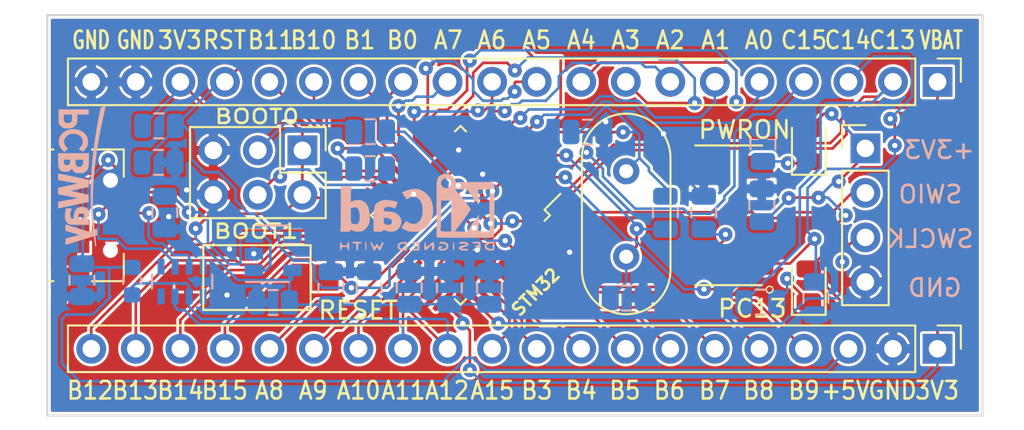
<source format=kicad_pcb>
(kicad_pcb (version 20171130) (host pcbnew 5.1.7)
  (layers (0 F.Cu signal) (31 B.Cu signal) (34 B.Paste user) (35 F.Paste user) (36 B.SilkS user) (37 F.SilkS user) (38 B.Mask user) (39 F.Mask user) (44 Edge.Cuts user))
  (net 0 "")
  (net 1 +3V3)
  (net 2 GND)
  (net 3 /Reset)
  (net 4 +5V)
  (net 5 /OSCIN)
  (net 6 /OSCOUT)
  (net 7 /PC14)
  (net 8 "Net-(D1-Pad1)")
  (net 9 "Net-(D2-Pad1)")
  (net 10 /SWIO)
  (net 11 /SWCLK)
  (net 12 "Net-(J2-Pad2)")
  (net 13 "Net-(J2-Pad3)")
  (net 14 /PB11)
  (net 15 /PB10)
  (net 16 /PB1)
  (net 17 /PB0)
  (net 18 /PA7)
  (net 19 /PA6)
  (net 20 /PA5)
  (net 21 /PA4)
  (net 22 /PA3)
  (net 23 /PA2)
  (net 24 /PA1)
  (net 25 /PA0)
  (net 26 /PC15)
  (net 27 /PC13)
  (net 28 /VBAT)
  (net 29 /PB9)
  (net 30 /PB8)
  (net 31 /PB7)
  (net 32 /PB6)
  (net 33 /PB5)
  (net 34 /PB4)
  (net 35 /PB3)
  (net 36 /PA15)
  (net 37 /PA12)
  (net 38 /PA11)
  (net 39 /PA10)
  (net 40 /PA9)
  (net 41 /PA8)
  (net 42 /PB15)
  (net 43 /PB14)
  (net 44 /PB13)
  (net 45 /PB12)
  (net 46 /Boot0)
  (net 47 /Boot1)
  (net 48 "Net-(RN1-Pad1)")
  (net 49 "Net-(RN1-Pad4)")
  (net 50 "Net-(RN1-Pad8)")
  (net 51 "Net-(RN1-Pad5)")
  (net 52 "Net-(U1-Pad4)")
  (net 53 "Net-(Y2-Pad2)")
  (net 54 "Net-(Y2-Pad3)")
  (net 55 "Net-(J3-Pad3)")
  (net 56 "Net-(J3-Pad4)")
  (module whitepill-lib:pcbway-logo (layer B.Cu) (at 101.6 97.79 270)
    (fp_text reference G*** hide)
    (fp_text value LOGO hide)
  )
  (module whitepill-lib:kicadlogo (layer B.Cu) (at 121.158 99.822 180)
    (fp_text reference G*** hide)
    (fp_text value LOGO hide)
  )
  (module Connector_PinHeader_2.54mm:PinHeader_1x04_P2.54mm_Vertical (layer F.Cu) (at 146.6596 96.1818)
    (fp_text reference J1)
    (fp_text value Conn_01x04)
    (pad 4 thru_hole oval (at 0 7.62) (size 1.7 1.7) (drill 1) (layers *.Cu *.Mask) (net 2 GND))
    (pad 3 thru_hole oval (at 0 5.08) (size 1.7 1.7) (drill 1) (layers *.Cu *.Mask) (net 11 /SWCLK))
    (pad 2 thru_hole oval (at 0 2.54) (size 1.7 1.7) (drill 1) (layers *.Cu *.Mask) (net 10 /SWIO))
    (pad 1 thru_hole rect (at 0 0) (size 1.7 1.7) (drill 1) (layers *.Cu *.Mask) (net 1 +3V3))
  )
  (module Connector_PinHeader_2.54mm:PinHeader_2x03_P2.54mm_Vertical (layer F.Cu) (at 114.554 96.2914 270)
    (fp_text reference J3)
    (fp_text value Conn_2x3_vertical_BP)
    (pad 1 thru_hole rect (at 0 0 270) (size 1.7 1.7) (drill 1) (layers *.Cu *.Mask) (net 1 +3V3))
    (pad 2 thru_hole oval (at 2.54 0 270) (size 1.7 1.7) (drill 1) (layers *.Cu *.Mask) (net 1 +3V3))
    (pad 3 thru_hole oval (at 0 2.54 270) (size 1.7 1.7) (drill 1) (layers *.Cu *.Mask) (net 55 "Net-(J3-Pad3)"))
    (pad 4 thru_hole oval (at 2.54 2.54 270) (size 1.7 1.7) (drill 1) (layers *.Cu *.Mask) (net 56 "Net-(J3-Pad4)"))
    (pad 5 thru_hole oval (at 0 5.08 270) (size 1.7 1.7) (drill 1) (layers *.Cu *.Mask) (net 2 GND))
    (pad 6 thru_hole oval (at 2.54 5.08 270) (size 1.7 1.7) (drill 1) (layers *.Cu *.Mask) (net 2 GND))
  )
  (module Capacitor_SMD:C_0805_2012Metric (layer B.Cu) (at 116.1796 104.1654 90)
    (fp_text reference C1)
    (fp_text value 100nf)
    (pad 2 smd roundrect (at 0.9375 0 90) (size 0.975 1.4) (layers B.Cu B.Paste B.Mask) (net 2 GND))
    (pad 1 smd roundrect (at -0.9375 0 90) (size 0.975 1.4) (layers B.Cu B.Paste B.Mask) (net 1 +3V3))
  )
  (module Capacitor_SMD:C_0805_2012Metric (layer B.Cu) (at 106.3521 96.9772)
    (fp_text reference C2)
    (fp_text value 1uf)
    (pad 1 smd roundrect (at -0.9375 0) (size 0.975 1.4) (layers B.Cu B.Paste B.Mask) (net 3 /Reset))
    (pad 2 smd roundrect (at 0.9375 0) (size 0.975 1.4) (layers B.Cu B.Paste B.Mask) (net 2 GND))
  )
  (module Capacitor_SMD:C_0805_2012Metric (layer B.Cu) (at 106.7054 99.8474 270)
    (fp_text reference C3)
    (fp_text value 100nf)
    (pad 1 smd roundrect (at -0.9375 0 270) (size 0.975 1.4) (layers B.Cu B.Paste B.Mask) (net 4 +5V))
    (pad 2 smd roundrect (at 0.9375 0 270) (size 0.975 1.4) (layers B.Cu B.Paste B.Mask) (net 2 GND))
  )
  (module Capacitor_SMD:C_0805_2012Metric (layer B.Cu) (at 120.65 104.14 90)
    (fp_text reference C4)
    (fp_text value 100nf)
    (pad 2 smd roundrect (at 0.9375 0 90) (size 0.975 1.4) (layers B.Cu B.Paste B.Mask) (net 2 GND))
    (pad 1 smd roundrect (at -0.9375 0 90) (size 0.975 1.4) (layers B.Cu B.Paste B.Mask) (net 1 +3V3))
  )
  (module Capacitor_SMD:C_0805_2012Metric (layer B.Cu) (at 101.981 103.7082 270)
    (fp_text reference C5)
    (fp_text value 10nf)
    (pad 1 smd roundrect (at -0.9375 0 270) (size 0.975 1.4) (layers B.Cu B.Paste B.Mask) (net 4 +5V))
    (pad 2 smd roundrect (at 0.9375 0 270) (size 0.975 1.4) (layers B.Cu B.Paste B.Mask) (net 2 GND))
  )
  (module Capacitor_SMD:C_0805_2012Metric (layer B.Cu) (at 140.75156 99.42552 90)
    (fp_text reference C6 hide)
    (fp_text value 100nf)
    (pad 2 smd roundrect (at 0.9375 0 90) (size 0.975 1.4) (layers B.Cu B.Paste B.Mask) (net 2 GND))
    (pad 1 smd roundrect (at -0.9375 0 90) (size 0.975 1.4) (layers B.Cu B.Paste B.Mask) (net 1 +3V3))
  )
  (module Capacitor_SMD:C_0805_2012Metric (layer B.Cu) (at 118.364 104.1654 90)
    (fp_text reference C7)
    (fp_text value 100nf)
    (pad 1 smd roundrect (at -0.9375 0 90) (size 0.975 1.4) (layers B.Cu B.Paste B.Mask) (net 1 +3V3))
    (pad 2 smd roundrect (at 0.9375 0 90) (size 0.975 1.4) (layers B.Cu B.Paste B.Mask) (net 2 GND))
  )
  (module Capacitor_SMD:C_0805_2012Metric (layer B.Cu) (at 122.936 104.14 90)
    (fp_text reference C8)
    (fp_text value 10uf)
    (pad 2 smd roundrect (at 0.9375 0 90) (size 0.975 1.4) (layers B.Cu B.Paste B.Mask) (net 2 GND))
    (pad 1 smd roundrect (at -0.9375 0 90) (size 0.975 1.4) (layers B.Cu B.Paste B.Mask) (net 1 +3V3))
  )
  (module Capacitor_SMD:C_0805_2012Metric (layer B.Cu) (at 125.222 104.14 90)
    (fp_text reference C9)
    (fp_text value 100nf)
    (pad 2 smd roundrect (at 0.9375 0 90) (size 0.975 1.4) (layers B.Cu B.Paste B.Mask) (net 2 GND))
    (pad 1 smd roundrect (at -0.9375 0 90) (size 0.975 1.4) (layers B.Cu B.Paste B.Mask) (net 1 +3V3))
  )
  (module Capacitor_SMD:C_0805_2012Metric (layer B.Cu) (at 112.8799 104.9782 180)
    (fp_text reference C10)
    (fp_text value 100nf)
    (pad 1 smd roundrect (at -0.9375 0 180) (size 0.975 1.4) (layers B.Cu B.Paste B.Mask) (net 1 +3V3))
    (pad 2 smd roundrect (at 0.9375 0 180) (size 0.975 1.4) (layers B.Cu B.Paste B.Mask) (net 2 GND))
  )
  (module Capacitor_SMD:C_0805_2012Metric (layer B.Cu) (at 133.0475 104.7242)
    (fp_text reference C11)
    (fp_text value 22pf)
    (pad 1 smd roundrect (at -0.9375 0) (size 0.975 1.4) (layers B.Cu B.Paste B.Mask) (net 5 /OSCIN))
    (pad 2 smd roundrect (at 0.9375 0) (size 0.975 1.4) (layers B.Cu B.Paste B.Mask) (net 2 GND))
  )
  (module Capacitor_SMD:C_0805_2012Metric (layer B.Cu) (at 130.81 95.25)
    (fp_text reference C12)
    (fp_text value 22pf)
    (pad 2 smd roundrect (at 0.9375 0) (size 0.975 1.4) (layers B.Cu B.Paste B.Mask) (net 2 GND))
    (pad 1 smd roundrect (at -0.9375 0) (size 0.975 1.4) (layers B.Cu B.Paste B.Mask) (net 6 /OSCOUT))
  )
  (module Capacitor_SMD:C_0805_2012Metric (layer B.Cu) (at 143.83766 104.73714 270)
    (fp_text reference C13 hide)
    (fp_text value 22pf)
    (pad 2 smd roundrect (at 0.9375 0 270) (size 0.975 1.4) (layers B.Cu B.Paste B.Mask) (net 2 GND))
    (pad 1 smd roundrect (at -0.9375 0 270) (size 0.975 1.4) (layers B.Cu B.Paste B.Mask) (net 7 /PC14))
  )
  (module Capacitor_SMD:C_0805_2012Metric (layer B.Cu) (at 137.4394 99.8474 90)
    (fp_text reference C14 hide)
    (fp_text value 22pf)
    (pad 1 smd roundrect (at -0.9375 0 90) (size 0.975 1.4) (layers B.Cu B.Paste B.Mask) (net 26 /PC15))
    (pad 2 smd roundrect (at 0.9375 0 90) (size 0.975 1.4) (layers B.Cu B.Paste B.Mask) (net 2 GND))
  )
  (module LED_SMD:LED_0805_2012Metric (layer F.Cu) (at 143.4338 96 90)
    (fp_text reference D1)
    (fp_text value LED_Power)
    (pad 2 smd roundrect (at 0.9375 0 90) (size 0.975 1.4) (layers F.Cu F.Paste F.Mask) (net 1 +3V3))
    (pad 1 smd roundrect (at -0.9375 0 90) (size 0.975 1.4) (layers F.Cu F.Paste F.Mask) (net 8 "Net-(D1-Pad1)"))
  )
  (module LED_SMD:LED_0805_2012Metric (layer F.Cu) (at 143.4338 104 90)
    (fp_text reference D2)
    (fp_text value LED_PC13)
    (pad 1 smd roundrect (at -0.9375 0 90) (size 0.975 1.4) (layers F.Cu F.Paste F.Mask) (net 9 "Net-(D2-Pad1)"))
    (pad 2 smd roundrect (at 0.9375 0 90) (size 0.975 1.4) (layers F.Cu F.Paste F.Mask) (net 1 +3V3))
  )
  (module MicroUSB:USB_Micro-B_Unknown_5s_SMT (layer F.Cu) (at 103.759 100 270)
    (fp_text reference J2)
    (fp_text value USB_B_Micro)
    (pad 2 smd rect (at -0.65 -0.6 270) (size 0.4 1.8) (layers F.Cu F.Paste F.Mask) (net 12 "Net-(J2-Pad2)"))
    (pad 1 smd rect (at -1.3 -0.6 270) (size 0.4 1.8) (layers F.Cu F.Paste F.Mask) (net 4 +5V))
    (pad 3 smd rect (at 0 -0.6 270) (size 0.4 1.8) (layers F.Cu F.Paste F.Mask) (net 13 "Net-(J2-Pad3)"))
    (pad 4 smd rect (at 0.65 -0.6 270) (size 0.4 1.8) (layers F.Cu F.Paste F.Mask) (net 2 GND))
    (pad 5 smd rect (at 1.3 -0.6 270) (size 0.4 1.8) (layers F.Cu F.Paste F.Mask) (net 2 GND))
    (pad "" np_thru_hole circle (at -2 0.15 270) (size 0.55 0.55) (drill 0.55) (layers *.Cu *.Mask))
    (pad "" np_thru_hole circle (at 2 0.15 270) (size 0.55 0.55) (drill 0.55) (layers *.Cu *.Mask))
    (pad 6 smd rect (at -3.95 2.3 270) (size 1.9 1.9) (layers F.Cu F.Paste F.Mask) (net 2 GND))
    (pad 6 smd rect (at 3.95 2.3 270) (size 1.9 1.9) (layers F.Cu F.Paste F.Mask) (net 2 GND))
    (pad 6 smd rect (at 1.2 2.3 270) (size 1.9 1.9) (layers F.Cu F.Paste F.Mask) (net 2 GND))
    (pad 6 smd rect (at -1.2 2.3 270) (size 1.9 1.9) (layers F.Cu F.Paste F.Mask) (net 2 GND))
  )
  (module Connector_PinHeader_2.54mm:PinHeader_1x20_P2.54mm_Vertical (layer F.Cu) (at 150.775 92.38 270)
    (fp_text reference J4)
    (fp_text value Conn_01x20)
    (pad 20 thru_hole oval (at 0 48.26 270) (size 1.7 1.7) (drill 1) (layers *.Cu *.Mask) (net 2 GND))
    (pad 19 thru_hole oval (at 0 45.72 270) (size 1.7 1.7) (drill 1) (layers *.Cu *.Mask) (net 2 GND))
    (pad 18 thru_hole oval (at 0 43.18 270) (size 1.7 1.7) (drill 1) (layers *.Cu *.Mask) (net 1 +3V3))
    (pad 17 thru_hole oval (at 0 40.64 270) (size 1.7 1.7) (drill 1) (layers *.Cu *.Mask) (net 3 /Reset))
    (pad 16 thru_hole oval (at 0 38.1 270) (size 1.7 1.7) (drill 1) (layers *.Cu *.Mask) (net 14 /PB11))
    (pad 15 thru_hole oval (at 0 35.56 270) (size 1.7 1.7) (drill 1) (layers *.Cu *.Mask) (net 15 /PB10))
    (pad 14 thru_hole oval (at 0 33.02 270) (size 1.7 1.7) (drill 1) (layers *.Cu *.Mask) (net 16 /PB1))
    (pad 13 thru_hole oval (at 0 30.48 270) (size 1.7 1.7) (drill 1) (layers *.Cu *.Mask) (net 17 /PB0))
    (pad 12 thru_hole oval (at 0 27.94 270) (size 1.7 1.7) (drill 1) (layers *.Cu *.Mask) (net 18 /PA7))
    (pad 11 thru_hole oval (at 0 25.4 270) (size 1.7 1.7) (drill 1) (layers *.Cu *.Mask) (net 19 /PA6))
    (pad 10 thru_hole oval (at 0 22.86 270) (size 1.7 1.7) (drill 1) (layers *.Cu *.Mask) (net 20 /PA5))
    (pad 9 thru_hole oval (at 0 20.32 270) (size 1.7 1.7) (drill 1) (layers *.Cu *.Mask) (net 21 /PA4))
    (pad 8 thru_hole oval (at 0 17.78 270) (size 1.7 1.7) (drill 1) (layers *.Cu *.Mask) (net 22 /PA3))
    (pad 7 thru_hole oval (at 0 15.24 270) (size 1.7 1.7) (drill 1) (layers *.Cu *.Mask) (net 23 /PA2))
    (pad 6 thru_hole oval (at 0 12.7 270) (size 1.7 1.7) (drill 1) (layers *.Cu *.Mask) (net 24 /PA1))
    (pad 5 thru_hole oval (at 0 10.16 270) (size 1.7 1.7) (drill 1) (layers *.Cu *.Mask) (net 25 /PA0))
    (pad 4 thru_hole oval (at 0 7.62 270) (size 1.7 1.7) (drill 1) (layers *.Cu *.Mask) (net 26 /PC15))
    (pad 3 thru_hole oval (at 0 5.08 270) (size 1.7 1.7) (drill 1) (layers *.Cu *.Mask) (net 7 /PC14))
    (pad 2 thru_hole oval (at 0 2.54 270) (size 1.7 1.7) (drill 1) (layers *.Cu *.Mask) (net 27 /PC13))
    (pad 1 thru_hole rect (at 0 0 270) (size 1.7 1.7) (drill 1) (layers *.Cu *.Mask) (net 28 /VBAT))
  )
  (module Connector_PinHeader_2.54mm:PinHeader_1x20_P2.54mm_Vertical (layer F.Cu) (at 150.775 107.62 270)
    (fp_text reference J5)
    (fp_text value Conn_01x20)
    (pad 1 thru_hole rect (at 0 0 270) (size 1.7 1.7) (drill 1) (layers *.Cu *.Mask) (net 1 +3V3))
    (pad 2 thru_hole oval (at 0 2.54 270) (size 1.7 1.7) (drill 1) (layers *.Cu *.Mask) (net 2 GND))
    (pad 3 thru_hole oval (at 0 5.08 270) (size 1.7 1.7) (drill 1) (layers *.Cu *.Mask) (net 4 +5V))
    (pad 4 thru_hole oval (at 0 7.62 270) (size 1.7 1.7) (drill 1) (layers *.Cu *.Mask) (net 29 /PB9))
    (pad 5 thru_hole oval (at 0 10.16 270) (size 1.7 1.7) (drill 1) (layers *.Cu *.Mask) (net 30 /PB8))
    (pad 6 thru_hole oval (at 0 12.7 270) (size 1.7 1.7) (drill 1) (layers *.Cu *.Mask) (net 31 /PB7))
    (pad 7 thru_hole oval (at 0 15.24 270) (size 1.7 1.7) (drill 1) (layers *.Cu *.Mask) (net 32 /PB6))
    (pad 8 thru_hole oval (at 0 17.78 270) (size 1.7 1.7) (drill 1) (layers *.Cu *.Mask) (net 33 /PB5))
    (pad 9 thru_hole oval (at 0 20.32 270) (size 1.7 1.7) (drill 1) (layers *.Cu *.Mask) (net 34 /PB4))
    (pad 10 thru_hole oval (at 0 22.86 270) (size 1.7 1.7) (drill 1) (layers *.Cu *.Mask) (net 35 /PB3))
    (pad 11 thru_hole oval (at 0 25.4 270) (size 1.7 1.7) (drill 1) (layers *.Cu *.Mask) (net 36 /PA15))
    (pad 12 thru_hole oval (at 0 27.94 270) (size 1.7 1.7) (drill 1) (layers *.Cu *.Mask) (net 37 /PA12))
    (pad 13 thru_hole oval (at 0 30.48 270) (size 1.7 1.7) (drill 1) (layers *.Cu *.Mask) (net 38 /PA11))
    (pad 14 thru_hole oval (at 0 33.02 270) (size 1.7 1.7) (drill 1) (layers *.Cu *.Mask) (net 39 /PA10))
    (pad 15 thru_hole oval (at 0 35.56 270) (size 1.7 1.7) (drill 1) (layers *.Cu *.Mask) (net 40 /PA9))
    (pad 16 thru_hole oval (at 0 38.1 270) (size 1.7 1.7) (drill 1) (layers *.Cu *.Mask) (net 41 /PA8))
    (pad 17 thru_hole oval (at 0 40.64 270) (size 1.7 1.7) (drill 1) (layers *.Cu *.Mask) (net 42 /PB15))
    (pad 18 thru_hole oval (at 0 43.18 270) (size 1.7 1.7) (drill 1) (layers *.Cu *.Mask) (net 43 /PB14))
    (pad 19 thru_hole oval (at 0 45.72 270) (size 1.7 1.7) (drill 1) (layers *.Cu *.Mask) (net 44 /PB13))
    (pad 20 thru_hole oval (at 0 48.26 270) (size 1.7 1.7) (drill 1) (layers *.Cu *.Mask) (net 45 /PB12))
  )
  (module Resistor_SMD:R_0805_2012Metric (layer B.Cu) (at 106.3752 94.8944)
    (fp_text reference R1)
    (fp_text value 10K)
    (pad 2 smd roundrect (at 0.9375 0) (size 0.975 1.4) (layers B.Cu B.Paste B.Mask) (net 3 /Reset))
    (pad 1 smd roundrect (at -0.9375 0) (size 0.975 1.4) (layers B.Cu B.Paste B.Mask) (net 1 +3V3))
  )
  (module Resistor_SMD:R_0805_2012Metric (layer B.Cu) (at 118.4148 95.2246)
    (fp_text reference R2)
    (fp_text value 100K)
    (pad 1 smd roundrect (at -0.9375 0) (size 0.975 1.4) (layers B.Cu B.Paste B.Mask) (net 55 "Net-(J3-Pad3)"))
    (pad 2 smd roundrect (at 0.9375 0) (size 0.975 1.4) (layers B.Cu B.Paste B.Mask) (net 46 /Boot0))
  )
  (module Resistor_SMD:R_0603_1608Metric (layer B.Cu) (at 104.8512 103.7589 270)
    (fp_text reference R3)
    (fp_text value 4.7K)
    (pad 2 smd roundrect (at 0.7875 0 270) (size 0.875 0.95) (layers B.Cu B.Paste B.Mask) (net 37 /PA12))
    (pad 1 smd roundrect (at -0.7875 0 270) (size 0.875 0.95) (layers B.Cu B.Paste B.Mask) (net 4 +5V))
  )
  (module Resistor_SMD:R_0805_2012Metric (layer B.Cu) (at 118.4171 97.3328)
    (fp_text reference R4)
    (fp_text value 100K)
    (pad 2 smd roundrect (at 0.9375 0) (size 0.975 1.4) (layers B.Cu B.Paste B.Mask) (net 56 "Net-(J3-Pad4)"))
    (pad 1 smd roundrect (at -0.9375 0) (size 0.975 1.4) (layers B.Cu B.Paste B.Mask) (net 47 /Boot1))
  )
  (module Resistor_SMD:R_0805_2012Metric (layer B.Cu) (at 135.255 99.8474 90)
    (fp_text reference R5 hide)
    (fp_text value 1M)
    (pad 1 smd roundrect (at -0.9375 0 90) (size 0.975 1.4) (layers B.Cu B.Paste B.Mask) (net 5 /OSCIN))
    (pad 2 smd roundrect (at 0.9375 0 90) (size 0.975 1.4) (layers B.Cu B.Paste B.Mask) (net 6 /OSCOUT))
  )
  (module Resistor_SMD:R_0805_2012Metric (layer B.Cu) (at 140.8176 95.9866 270)
    (fp_text reference R6 hide)
    (fp_text value 1k)
    (pad 2 smd roundrect (at 0.9375 0 270) (size 0.975 1.4) (layers B.Cu B.Paste B.Mask) (net 8 "Net-(D1-Pad1)"))
    (pad 1 smd roundrect (at -0.9375 0 270) (size 0.975 1.4) (layers B.Cu B.Paste B.Mask) (net 2 GND))
  )
  (module Resistor_SMD:R_0805_2012Metric (layer B.Cu) (at 140.6675 104.9528)
    (fp_text reference R7)
    (fp_text value 1k)
    (pad 1 smd roundrect (at -0.9375 0) (size 0.975 1.4) (layers B.Cu B.Paste B.Mask) (net 27 /PC13))
    (pad 2 smd roundrect (at 0.9375 0) (size 0.975 1.4) (layers B.Cu B.Paste B.Mask) (net 9 "Net-(D2-Pad1)"))
  )
  (module Resistor_SMD:R_Array_Concave_4x0603 (layer B.Cu) (at 107.696 103.7844 270)
    (fp_text reference RN1)
    (fp_text value R22)
    (pad 5 smd rect (at 0.85 -1.2 270) (size 0.9 0.4) (layers B.Cu B.Paste B.Mask) (net 51 "Net-(RN1-Pad5)"))
    (pad 6 smd rect (at 0.85 -0.4 270) (size 0.9 0.4) (layers B.Cu B.Paste B.Mask) (net 37 /PA12))
    (pad 7 smd rect (at 0.85 0.4 270) (size 0.9 0.4) (layers B.Cu B.Paste B.Mask) (net 38 /PA11))
    (pad 8 smd rect (at 0.85 1.2 270) (size 0.9 0.4) (layers B.Cu B.Paste B.Mask) (net 50 "Net-(RN1-Pad8)"))
    (pad 4 smd rect (at -0.85 -1.2 270) (size 0.9 0.4) (layers B.Cu B.Paste B.Mask) (net 49 "Net-(RN1-Pad4)"))
    (pad 1 smd rect (at -0.85 1.2 270) (size 0.9 0.4) (layers B.Cu B.Paste B.Mask) (net 48 "Net-(RN1-Pad1)"))
    (pad 3 smd rect (at -0.85 -0.4 270) (size 0.9 0.4) (layers B.Cu B.Paste B.Mask) (net 13 "Net-(J2-Pad3)"))
    (pad 2 smd rect (at -0.85 0.4 270) (size 0.9 0.4) (layers B.Cu B.Paste B.Mask) (net 12 "Net-(J2-Pad2)"))
  )
  (module Button_Switch_SMD:SW_SPST_CK_RS282G05A3 (layer F.Cu) (at 111.9632 103.5558)
    (fp_text reference SW1)
    (fp_text value Reset)
    (pad 1 smd rect (at -3.9 0) (size 1.5 1.5) (layers F.Cu F.Paste F.Mask) (net 2 GND))
    (pad 2 smd rect (at 3.9 0) (size 1.5 1.5) (layers F.Cu F.Paste F.Mask) (net 3 /Reset))
  )
  (module Package_TO_SOT_SMD:SOT-23-5 (layer B.Cu) (at 112.8854 102.1944)
    (fp_text reference U1)
    (fp_text value TLV73333PDBV)
    (pad 5 smd rect (at 1.1 0.95) (size 1.06 0.65) (layers B.Cu B.Paste B.Mask) (net 1 +3V3))
    (pad 4 smd rect (at 1.1 -0.95) (size 1.06 0.65) (layers B.Cu B.Paste B.Mask) (net 52 "Net-(U1-Pad4)"))
    (pad 3 smd rect (at -1.1 -0.95) (size 1.06 0.65) (layers B.Cu B.Paste B.Mask) (net 4 +5V))
    (pad 2 smd rect (at -1.1 0) (size 1.06 0.65) (layers B.Cu B.Paste B.Mask) (net 2 GND))
    (pad 1 smd rect (at -1.1 0.95) (size 1.06 0.65) (layers B.Cu B.Paste B.Mask) (net 4 +5V))
  )
  (module Package_QFP:LQFP-48_7x7mm_P0.5mm (layer F.Cu) (at 123.571 100 225)
    (fp_text reference U2)
    (fp_text value STM32F103C8Tx)
    (pad 1 smd roundrect (at -4.1625 -2.75 225) (size 1.475 0.3) (layers F.Cu F.Paste F.Mask) (net 28 /VBAT))
    (pad 2 smd roundrect (at -4.1625 -2.25 225) (size 1.475 0.3) (layers F.Cu F.Paste F.Mask) (net 27 /PC13))
    (pad 3 smd roundrect (at -4.1625 -1.75 225) (size 1.475 0.3) (layers F.Cu F.Paste F.Mask) (net 7 /PC14))
    (pad 4 smd roundrect (at -4.1625 -1.25 225) (size 1.475 0.3) (layers F.Cu F.Paste F.Mask) (net 26 /PC15))
    (pad 5 smd roundrect (at -4.1625 -0.75 225) (size 1.475 0.3) (layers F.Cu F.Paste F.Mask) (net 5 /OSCIN))
    (pad 6 smd roundrect (at -4.1625 -0.25 225) (size 1.475 0.3) (layers F.Cu F.Paste F.Mask) (net 6 /OSCOUT))
    (pad 7 smd roundrect (at -4.1625 0.25 225) (size 1.475 0.3) (layers F.Cu F.Paste F.Mask) (net 3 /Reset))
    (pad 8 smd roundrect (at -4.1625 0.75 225) (size 1.475 0.3) (layers F.Cu F.Paste F.Mask) (net 2 GND))
    (pad 9 smd roundrect (at -4.1625 1.25 225) (size 1.475 0.3) (layers F.Cu F.Paste F.Mask) (net 1 +3V3))
    (pad 10 smd roundrect (at -4.1625 1.75 225) (size 1.475 0.3) (layers F.Cu F.Paste F.Mask) (net 25 /PA0))
    (pad 11 smd roundrect (at -4.1625 2.25 225) (size 1.475 0.3) (layers F.Cu F.Paste F.Mask) (net 24 /PA1))
    (pad 12 smd roundrect (at -4.1625 2.75 225) (size 1.475 0.3) (layers F.Cu F.Paste F.Mask) (net 23 /PA2))
    (pad 13 smd roundrect (at -2.75 4.1625 225) (size 0.3 1.475) (layers F.Cu F.Paste F.Mask) (net 22 /PA3))
    (pad 14 smd roundrect (at -2.25 4.1625 225) (size 0.3 1.475) (layers F.Cu F.Paste F.Mask) (net 21 /PA4))
    (pad 15 smd roundrect (at -1.75 4.1625 225) (size 0.3 1.475) (layers F.Cu F.Paste F.Mask) (net 20 /PA5))
    (pad 16 smd roundrect (at -1.25 4.1625 225) (size 0.3 1.475) (layers F.Cu F.Paste F.Mask) (net 19 /PA6))
    (pad 17 smd roundrect (at -0.75 4.1625 225) (size 0.3 1.475) (layers F.Cu F.Paste F.Mask) (net 18 /PA7))
    (pad 18 smd roundrect (at -0.25 4.1625 225) (size 0.3 1.475) (layers F.Cu F.Paste F.Mask) (net 17 /PB0))
    (pad 19 smd roundrect (at 0.25 4.1625 225) (size 0.3 1.475) (layers F.Cu F.Paste F.Mask) (net 16 /PB1))
    (pad 20 smd roundrect (at 0.75 4.1625 225) (size 0.3 1.475) (layers F.Cu F.Paste F.Mask) (net 47 /Boot1))
    (pad 21 smd roundrect (at 1.25 4.1625 225) (size 0.3 1.475) (layers F.Cu F.Paste F.Mask) (net 15 /PB10))
    (pad 22 smd roundrect (at 1.75 4.1625 225) (size 0.3 1.475) (layers F.Cu F.Paste F.Mask) (net 14 /PB11))
    (pad 23 smd roundrect (at 2.25 4.1625 225) (size 0.3 1.475) (layers F.Cu F.Paste F.Mask) (net 2 GND))
    (pad 24 smd roundrect (at 2.75 4.1625 225) (size 0.3 1.475) (layers F.Cu F.Paste F.Mask) (net 1 +3V3))
    (pad 25 smd roundrect (at 4.1625 2.75 225) (size 1.475 0.3) (layers F.Cu F.Paste F.Mask) (net 45 /PB12))
    (pad 26 smd roundrect (at 4.1625 2.25 225) (size 1.475 0.3) (layers F.Cu F.Paste F.Mask) (net 44 /PB13))
    (pad 27 smd roundrect (at 4.1625 1.75 225) (size 1.475 0.3) (layers F.Cu F.Paste F.Mask) (net 43 /PB14))
    (pad 28 smd roundrect (at 4.1625 1.25 225) (size 1.475 0.3) (layers F.Cu F.Paste F.Mask) (net 42 /PB15))
    (pad 29 smd roundrect (at 4.1625 0.75 225) (size 1.475 0.3) (layers F.Cu F.Paste F.Mask) (net 41 /PA8))
    (pad 30 smd roundrect (at 4.1625 0.25 225) (size 1.475 0.3) (layers F.Cu F.Paste F.Mask) (net 40 /PA9))
    (pad 31 smd roundrect (at 4.1625 -0.25 225) (size 1.475 0.3) (layers F.Cu F.Paste F.Mask) (net 39 /PA10))
    (pad 32 smd roundrect (at 4.1625 -0.75 225) (size 1.475 0.3) (layers F.Cu F.Paste F.Mask) (net 38 /PA11))
    (pad 33 smd roundrect (at 4.1625 -1.25 225) (size 1.475 0.3) (layers F.Cu F.Paste F.Mask) (net 37 /PA12))
    (pad 34 smd roundrect (at 4.1625 -1.75 225) (size 1.475 0.3) (layers F.Cu F.Paste F.Mask) (net 10 /SWIO))
    (pad 35 smd roundrect (at 4.1625 -2.25 225) (size 1.475 0.3) (layers F.Cu F.Paste F.Mask) (net 2 GND))
    (pad 36 smd roundrect (at 4.1625 -2.75 225) (size 1.475 0.3) (layers F.Cu F.Paste F.Mask) (net 1 +3V3))
    (pad 37 smd roundrect (at 2.75 -4.1625 225) (size 0.3 1.475) (layers F.Cu F.Paste F.Mask) (net 11 /SWCLK))
    (pad 38 smd roundrect (at 2.25 -4.1625 225) (size 0.3 1.475) (layers F.Cu F.Paste F.Mask) (net 36 /PA15))
    (pad 39 smd roundrect (at 1.75 -4.1625 225) (size 0.3 1.475) (layers F.Cu F.Paste F.Mask) (net 35 /PB3))
    (pad 40 smd roundrect (at 1.25 -4.1625 225) (size 0.3 1.475) (layers F.Cu F.Paste F.Mask) (net 34 /PB4))
    (pad 41 smd roundrect (at 0.75 -4.1625 225) (size 0.3 1.475) (layers F.Cu F.Paste F.Mask) (net 33 /PB5))
    (pad 42 smd roundrect (at 0.25 -4.1625 225) (size 0.3 1.475) (layers F.Cu F.Paste F.Mask) (net 32 /PB6))
    (pad 43 smd roundrect (at -0.25 -4.1625 225) (size 0.3 1.475) (layers F.Cu F.Paste F.Mask) (net 31 /PB7))
    (pad 44 smd roundrect (at -0.75 -4.1625 225) (size 0.3 1.475) (layers F.Cu F.Paste F.Mask) (net 46 /Boot0))
    (pad 45 smd roundrect (at -1.25 -4.1625 225) (size 0.3 1.475) (layers F.Cu F.Paste F.Mask) (net 30 /PB8))
    (pad 46 smd roundrect (at -1.75 -4.1625 225) (size 0.3 1.475) (layers F.Cu F.Paste F.Mask) (net 29 /PB9))
    (pad 47 smd roundrect (at -2.25 -4.1625 225) (size 0.3 1.475) (layers F.Cu F.Paste F.Mask) (net 2 GND))
    (pad 48 smd roundrect (at -2.75 -4.1625 225) (size 0.3 1.475) (layers F.Cu F.Paste F.Mask) (net 1 +3V3))
  )
  (module Crystal:Crystal_HC49-4H_Vertical (layer F.Cu) (at 133.0198 102.362 90)
    (fp_text reference Y1)
    (fp_text value 8MHz)
    (pad 1 thru_hole circle (at 0 0 90) (size 1.5 1.5) (drill 0.8) (layers *.Cu *.Mask) (net 5 /OSCIN))
    (pad 2 thru_hole circle (at 4.88 0 90) (size 1.5 1.5) (drill 0.8) (layers *.Cu *.Mask) (net 6 /OSCOUT))
  )
  (module digikey-footprints:RSM200S (layer F.Cu) (at 138.8618 100 90)
    (fp_text reference Y2)
    (fp_text value Crystal_GND23)
    (pad 1 smd roundrect (at -2.75 1.6 90) (size 1.3 1.9) (layers F.Cu F.Paste F.Mask) (net 7 /PC14))
    (pad 2 smd roundrect (at 2.75 1.6 90) (size 1.3 1.9) (layers F.Cu F.Paste F.Mask) (net 53 "Net-(Y2-Pad2)"))
    (pad 3 smd roundrect (at 2.75 -1.6 90) (size 1.3 1.9) (layers F.Cu F.Paste F.Mask) (net 54 "Net-(Y2-Pad3)"))
    (pad 4 smd roundrect (at -2.75 -1.6 90) (size 1.3 1.9) (layers F.Cu F.Paste F.Mask) (net 26 /PC15))
  )
  (gr_text +3V3 (at 150.876 96.266) (layer B.SilkS) (effects (font (size 1 1)) (justify mirror)))
  (gr_text SWIO (at 150.368 98.806) (layer B.SilkS) (effects (font (size 1 1)) (justify mirror)))
  (gr_text SWCLK (at 150.368 101.346) (layer B.SilkS) (effects (font (size 1 1)) (justify mirror)))
  (gr_text GND (at 150.622 104.14) (layer B.SilkS) (effects (font (size 1 1)) (justify mirror)))
  (gr_text 3V3 (at 150.749 110) (layer F.SilkS) (effects (font (size 1 0.9))))
  (gr_text GND (at 148.21154 110) (layer F.SilkS) (effects (font (size 1 0.9))))
  (gr_text +5V (at 145.53184 110) (layer F.SilkS) (effects (font (size 1 0.9))))
  (gr_text B9 (at 143.15694 110) (layer F.SilkS) (effects (font (size 1 0.9))))
  (gr_text B8 (at 140.57884 110) (layer F.SilkS) (effects (font (size 1 0.9))))
  (gr_text B7 (at 138.0617 110) (layer F.SilkS) (effects (font (size 1 0.9))))
  (gr_text B6 (at 135.4836 110) (layer F.SilkS) (effects (font (size 1 0.9))))
  (gr_text B5 (at 132.94614 110) (layer F.SilkS) (effects (font (size 1 0.9))))
  (gr_text B4 (at 130.45186 110) (layer F.SilkS) (effects (font (size 1 0.9))))
  (gr_text B3 (at 127.9271 110) (layer F.SilkS) (effects (font (size 1 0.9))))
  (gr_text A15 (at 125.39472 110) (layer F.SilkS) (effects (font (size 1 0.9))))
  (gr_text A12 (at 122.80392 110) (layer F.SilkS) (effects (font (size 1 0.9))))
  (gr_text A11 (at 120.31218 110) (layer F.SilkS) (effects (font (size 1 0.9))))
  (gr_text A10 (at 117.76202 110) (layer F.SilkS) (effects (font (size 1 0.9))))
  (gr_text A9 (at 115.17122 110) (layer F.SilkS) (effects (font (size 1 0.9))))
  (gr_text A8 (at 112.67948 110) (layer F.SilkS) (effects (font (size 1 0.9))))
  (gr_text B15 (at 110.12932 110) (layer F.SilkS) (effects (font (size 1 0.9))))
  (gr_text B14 (at 107.59694 110) (layer F.SilkS) (effects (font (size 1 0.9))))
  (gr_text B13 (at 105.02646 110) (layer F.SilkS) (effects (font (size 1 0.9))))
  (gr_text B12 (at 102.44582 110) (layer F.SilkS) (effects (font (size 1 0.9))))
  (gr_text GND (at 102.50932 90) (layer F.SilkS) (effects (font (size 1 0.7))))
  (gr_text GND (at 105.0544 90) (layer F.SilkS) (effects (font (size 1 0.7))))
  (gr_text 3V3 (at 107.56646 90) (layer F.SilkS) (effects (font (size 1 0.9))))
  (gr_text RST (at 110.11408 90) (layer F.SilkS) (effects (font (size 1 0.9))))
  (gr_text B11 (at 112.75568 90) (layer F.SilkS) (effects (font (size 1 0.9))))
  (gr_text B10 (at 115.189 90) (layer F.SilkS) (effects (font (size 1 0.9))))
  (gr_text B1 (at 117.82552 90) (layer F.SilkS) (effects (font (size 1 0.9))))
  (gr_text B0 (at 120.25884 90) (layer F.SilkS) (effects (font (size 1 0.9))))
  (gr_text STM32 (at 127.85852 104.38384 45) (layer F.SilkS) (effects (font (size 0.7 0.7))))
  (gr_text RESET (at 117.73662 105.42778) (layer F.SilkS) (effects (font (size 1 1))))
  (gr_text PC13 (at 140.21308 105.32618) (layer F.SilkS) (effects (font (size 1 1))))
  (gr_text PWRON (at 139.77112 95.11538) (layer F.SilkS) (effects (font (size 1 1))))
  (gr_text A7 (at 122.8725 90) (layer F.SilkS) (effects (font (size 1 0.9))))
  (gr_text A6 (at 125.35662 90) (layer F.SilkS) (effects (font (size 1 0.9))))
  (gr_text A5 (at 127.91186 90) (layer F.SilkS) (effects (font (size 1 0.9))))
  (gr_text A4 (at 130.46456 90) (layer F.SilkS) (effects (font (size 1 0.9))))
  (gr_text A3 (at 132.9944 90) (layer F.SilkS) (effects (font (size 1 0.9))))
  (gr_text A2 (at 135.53694 90) (layer F.SilkS) (effects (font (size 1 0.9))))
  (gr_text A1 (at 138.12012 90) (layer F.SilkS) (effects (font (size 1 0.9))))
  (gr_text A0 (at 140.59916 90) (layer F.SilkS) (effects (font (size 1 0.9))))
  (gr_text C15 (at 143.1544 90) (layer F.SilkS) (effects (font (size 1 0.9))))
  (gr_text C14 (at 145.6436 90) (layer F.SilkS) (effects (font (size 1 0.9))))
  (gr_text C13 (at 148.19884 90) (layer F.SilkS) (effects (font (size 1 0.9))))
  (gr_text VBAT (at 150.99284 90) (layer F.SilkS) (effects (font (size 1 0.7))))
  (gr_text BOOT1 (at 111.9124 100.9142) (layer F.SilkS) (effects (font (size 0.8 1))))
  (gr_text BOOT0 (at 111.9632 94.361) (layer F.SilkS) (effects (font (size 0.8 1))))
  (gr_line (start 153.34 88.57) (end 153.34 111.43) (layer Edge.Cuts) (width 0.12))
  (gr_line (start 100 88.57) (end 153.34 88.57) (layer Edge.Cuts) (width 0.12))
  (gr_line (start 100 111.43) (end 153.34 111.43) (layer Edge.Cuts) (width 0.12))
  (gr_line (start 100 111.43) (end 100 88.57) (layer Edge.Cuts) (width 0.12))
  (segment (start 116.8796 105.1029) (end 118.237 105.1029) (width 0.1524) (layer B.Cu) (net 1))
  (segment (start 116.1796 105.1029) (end 116.8796 105.1029) (width 0.1524) (layer B.Cu) (net 1))
  (segment (start 113.9421 105.1029) (end 113.8174 104.9782) (width 0.1524) (layer B.Cu) (net 1))
  (segment (start 116.1796 105.1029) (end 113.9421 105.1029) (width 0.1524) (layer B.Cu) (net 1))
  (segment (start 120.6246 105.1029) (end 120.65 105.0775) (width 0.1524) (layer B.Cu) (net 1))
  (segment (start 118.237 105.1029) (end 120.6246 105.1029) (width 0.1524) (layer B.Cu) (net 1))
  (segment (start 120.65 105.0775) (end 123.19 105.0775) (width 0.1524) (layer B.Cu) (net 1))
  (segment (start 123.89 105.0775) (end 125.73 105.0775) (width 0.1524) (layer B.Cu) (net 1))
  (segment (start 123.19 105.0775) (end 123.89 105.0775) (width 0.1524) (layer B.Cu) (net 1))
  (segment (start 113.8174 103.3124) (end 113.9854 103.1444) (width 0.1524) (layer B.Cu) (net 1))
  (segment (start 113.8174 104.9782) (end 113.8174 103.3124) (width 0.1524) (layer B.Cu) (net 1))
  (via (at 123.698 106.172) (size 0.8) (drill 0.3) (layers F.Cu B.Cu) (net 1))
  (segment (start 123.698 106.013664) (end 123.698 106.172) (width 0.1524) (layer F.Cu) (net 1))
  (segment (start 122.572212 104.887876) (end 123.698 106.013664) (width 0.1524) (layer F.Cu) (net 1))
  (segment (start 123.698 105.8395) (end 122.936 105.0775) (width 0.1524) (layer B.Cu) (net 1))
  (segment (start 123.698 106.172) (end 123.698 105.8395) (width 0.1524) (layer B.Cu) (net 1))
  (segment (start 114.723812 99.001212) (end 114.554 98.8314) (width 0.1524) (layer F.Cu) (net 1))
  (segment (start 118.683124 99.001212) (end 114.723812 99.001212) (width 0.1524) (layer F.Cu) (net 1))
  (segment (start 114.554 98.8314) (end 114.554 96.2914) (width 0.1524) (layer F.Cu) (net 1))
  (segment (start 107.595 92.7371) (end 107.595 92.38) (width 0.1524) (layer B.Cu) (net 1))
  (segment (start 105.4377 94.8944) (end 107.595 92.7371) (width 0.1524) (layer B.Cu) (net 1))
  (segment (start 144.289738 94.206562) (end 144.732836 94.206562) (width 0.1524) (layer F.Cu) (net 1))
  (segment (start 143.4338 95.0625) (end 144.289738 94.206562) (width 0.1524) (layer F.Cu) (net 1))
  (via (at 144.732836 94.206562) (size 0.8) (drill 0.3) (layers F.Cu B.Cu) (net 1))
  (segment (start 146.208074 95.6818) (end 146.6596 95.6818) (width 0.1524) (layer B.Cu) (net 1))
  (segment (start 144.732836 94.206562) (end 146.208074 95.6818) (width 0.1524) (layer B.Cu) (net 1))
  (segment (start 143.4338 103.0625) (end 146.5433 106.172) (width 0.1524) (layer F.Cu) (net 1))
  (segment (start 150.775 106.6176) (end 150.775 107.62) (width 0.1524) (layer F.Cu) (net 1))
  (segment (start 150.3294 106.172) (end 150.775 106.6176) (width 0.1524) (layer F.Cu) (net 1))
  (segment (start 146.5433 106.172) (end 150.3294 106.172) (width 0.1524) (layer F.Cu) (net 1))
  (segment (start 107.595 92.38) (end 109.957 94.742) (width 0.1524) (layer F.Cu) (net 1))
  (segment (start 114.554 95.289) (end 114.554 96.2914) (width 0.1524) (layer F.Cu) (net 1))
  (segment (start 114.007 94.742) (end 114.554 95.289) (width 0.1524) (layer F.Cu) (net 1))
  (segment (start 109.957 94.742) (end 114.007 94.742) (width 0.1524) (layer F.Cu) (net 1))
  (segment (start 123.952 97.79) (end 124.458778 98.296778) (width 0.1524) (layer F.Cu) (net 1))
  (segment (start 128.458876 100.998788) (end 128.458876 100.786656) (width 0.1524) (layer F.Cu) (net 1))
  (via (at 125.274586 100.471017) (size 0.8) (drill 0.3) (layers F.Cu B.Cu) (net 1))
  (segment (start 125.274586 100.471017) (end 126.390788 100.471017) (width 0.1524) (layer B.Cu) (net 1))
  (segment (start 127.097482 100.330008) (end 126.531797 100.330008) (width 0.1524) (layer F.Cu) (net 1))
  (segment (start 124.458778 99.655209) (end 124.874587 100.071018) (width 0.1524) (layer F.Cu) (net 1))
  (segment (start 128.002228 100.330008) (end 127.097482 100.330008) (width 0.1524) (layer F.Cu) (net 1))
  (segment (start 124.874587 100.071018) (end 125.274586 100.471017) (width 0.1524) (layer F.Cu) (net 1))
  (via (at 126.531797 100.330008) (size 0.8) (drill 0.3) (layers F.Cu B.Cu) (net 1))
  (segment (start 126.390788 100.471017) (end 126.531797 100.330008) (width 0.1524) (layer B.Cu) (net 1))
  (segment (start 124.458778 98.296778) (end 124.458778 99.655209) (width 0.1524) (layer F.Cu) (net 1))
  (segment (start 128.458876 100.786656) (end 128.002228 100.330008) (width 0.1524) (layer F.Cu) (net 1))
  (segment (start 124.50371 96.958198) (end 123.952 97.509908) (width 0.1524) (layer F.Cu) (net 1))
  (segment (start 125.630449 96.172785) (end 124.845036 96.958198) (width 0.1524) (layer F.Cu) (net 1))
  (segment (start 123.952 97.509908) (end 123.952 97.79) (width 0.1524) (layer F.Cu) (net 1))
  (segment (start 124.845036 96.958198) (end 124.50371 96.958198) (width 0.1524) (layer F.Cu) (net 1))
  (segment (start 113.909199 103.698001) (end 110.85191 103.698001) (width 0.1524) (layer B.Cu) (net 1))
  (segment (start 108.470782 101.316873) (end 108.470782 100.751188) (width 0.1524) (layer B.Cu) (net 1))
  (segment (start 110.85191 103.698001) (end 108.470782 101.316873) (width 0.1524) (layer B.Cu) (net 1))
  (segment (start 113.9854 103.6218) (end 113.909199 103.698001) (width 0.1524) (layer B.Cu) (net 1))
  (segment (start 114.554 98.8314) (end 113.475399 99.910001) (width 0.1524) (layer F.Cu) (net 1))
  (segment (start 113.9854 103.1444) (end 113.9854 103.6218) (width 0.1524) (layer B.Cu) (net 1))
  (segment (start 108.870781 100.351189) (end 108.470782 100.751188) (width 0.1524) (layer F.Cu) (net 1))
  (segment (start 109.311969 99.910001) (end 108.870781 100.351189) (width 0.1524) (layer F.Cu) (net 1))
  (segment (start 113.475399 99.910001) (end 109.311969 99.910001) (width 0.1524) (layer F.Cu) (net 1))
  (via (at 108.470782 100.751188) (size 0.8) (drill 0.3) (layers F.Cu B.Cu) (net 1))
  (segment (start 118.683124 99.213344) (end 118.683124 99.001212) (width 0.1524) (layer F.Cu) (net 1))
  (segment (start 121.108461 99.472759) (end 118.942539 99.472759) (width 0.1524) (layer F.Cu) (net 1))
  (segment (start 123.1138 97.46742) (end 121.108461 99.472759) (width 0.1524) (layer F.Cu) (net 1))
  (segment (start 123.952 97.509908) (end 123.909512 97.46742) (width 0.1524) (layer F.Cu) (net 1))
  (segment (start 123.909512 97.46742) (end 123.1138 97.46742) (width 0.1524) (layer F.Cu) (net 1))
  (segment (start 118.942539 99.472759) (end 118.683124 99.213344) (width 0.1524) (layer F.Cu) (net 1))
  (segment (start 143.4338 103.0625) (end 144.392602 102.103698) (width 0.1524) (layer F.Cu) (net 1))
  (segment (start 150.775 108.6224) (end 149.85228 109.54512) (width 0.1524) (layer B.Cu) (net 1))
  (segment (start 124.104991 108.269644) (end 124.104991 108.835329) (width 0.1524) (layer F.Cu) (net 1))
  (segment (start 123.698 106.172) (end 124.104991 106.578991) (width 0.1524) (layer F.Cu) (net 1))
  (segment (start 149.85228 109.54512) (end 124.814782 109.54512) (width 0.1524) (layer B.Cu) (net 1))
  (segment (start 124.50499 109.235328) (end 124.104991 108.835329) (width 0.1524) (layer B.Cu) (net 1))
  (segment (start 124.814782 109.54512) (end 124.50499 109.235328) (width 0.1524) (layer B.Cu) (net 1))
  (segment (start 150.775 107.62) (end 150.775 108.6224) (width 0.1524) (layer B.Cu) (net 1))
  (via (at 124.104991 108.835329) (size 0.8) (drill 0.3) (layers F.Cu B.Cu) (net 1))
  (segment (start 124.104991 106.578991) (end 124.104991 108.269644) (width 0.1524) (layer F.Cu) (net 1))
  (segment (start 144.392602 101.149198) (end 145.53692 100.00488) (width 0.1524) (layer F.Cu) (net 1))
  (via (at 145.53692 100.00488) (size 0.8) (drill 0.3) (layers F.Cu B.Cu) (net 1))
  (segment (start 144.392602 102.103698) (end 144.392602 101.149198) (width 0.1524) (layer F.Cu) (net 1))
  (segment (start 144.52092 98.98888) (end 143.98752 98.98888) (width 0.1524) (layer B.Cu) (net 1))
  (segment (start 145.53692 100.00488) (end 144.52092 98.98888) (width 0.1524) (layer B.Cu) (net 1))
  (via (at 143.98752 98.98888) (size 0.8) (drill 0.3) (layers F.Cu B.Cu) (net 1))
  (via (at 142.2908 99.01682) (size 0.8) (drill 0.3) (layers F.Cu B.Cu) (net 1))
  (segment (start 142.31874 98.98888) (end 142.2908 99.01682) (width 0.1524) (layer F.Cu) (net 1))
  (segment (start 143.98752 98.98888) (end 142.31874 98.98888) (width 0.1524) (layer F.Cu) (net 1))
  (segment (start 140.9446 100.36302) (end 140.75156 100.36302) (width 0.1524) (layer B.Cu) (net 1))
  (segment (start 142.2908 99.01682) (end 140.9446 100.36302) (width 0.1524) (layer B.Cu) (net 1))
  (via (at 145.13814 98.07194) (size 0.8) (drill 0.3) (layers F.Cu B.Cu) (net 1))
  (segment (start 144.90446 98.07194) (end 145.13814 98.07194) (width 0.1524) (layer B.Cu) (net 1))
  (segment (start 143.98752 98.98888) (end 144.90446 98.07194) (width 0.1524) (layer B.Cu) (net 1))
  (segment (start 146.6596 96.55048) (end 146.6596 96.1818) (width 0.1524) (layer F.Cu) (net 1))
  (segment (start 145.13814 98.07194) (end 146.6596 96.55048) (width 0.1524) (layer F.Cu) (net 1))
  (segment (start 109.474 97.629319) (end 109.474 96.2914) (width 0.1524) (layer F.Cu) (net 2))
  (segment (start 109.474 98.8314) (end 109.474 97.629319) (width 0.1524) (layer F.Cu) (net 2))
  (via (at 107.95 98.552) (size 0.8) (drill 0.3) (layers F.Cu B.Cu) (net 2))
  (via (at 106.934 100.076) (size 0.8) (drill 0.3) (layers F.Cu B.Cu) (net 2))
  (via (at 129.794 102.108) (size 0.8) (drill 0.3) (layers F.Cu B.Cu) (net 2))
  (via (at 123.46686 96.27362) (size 0.8) (drill 0.3) (layers F.Cu B.Cu) (net 2))
  (segment (start 122.218658 104.534322) (end 124.124463 102.628517) (width 0.1524) (layer F.Cu) (net 2))
  (via (at 124.524462 101.976119) (size 0.8) (drill 0.3) (layers F.Cu B.Cu) (net 2))
  (segment (start 124.124463 102.628517) (end 124.124463 102.376118) (width 0.1524) (layer F.Cu) (net 2))
  (segment (start 124.124463 102.376118) (end 124.524462 101.976119) (width 0.1524) (layer F.Cu) (net 2))
  (segment (start 125.959882 96.526338) (end 124.83592 97.6503) (width 0.1524) (layer F.Cu) (net 2))
  (via (at 124.83592 97.6503) (size 0.8) (drill 0.3) (layers F.Cu B.Cu) (net 2))
  (segment (start 125.984002 96.526338) (end 125.959882 96.526338) (width 0.1524) (layer F.Cu) (net 2))
  (segment (start 123.46686 96.28124) (end 123.46686 96.27362) (width 0.1524) (layer B.Cu) (net 2))
  (segment (start 124.83592 97.6503) (end 123.46686 96.28124) (width 0.1524) (layer B.Cu) (net 2))
  (via (at 131.85394 94.6531) (size 0.8) (drill 0.3) (layers F.Cu B.Cu) (net 2))
  (segment (start 131.7475 94.75954) (end 131.85394 94.6531) (width 0.1524) (layer B.Cu) (net 2))
  (segment (start 131.7475 95.25) (end 131.7475 94.75954) (width 0.1524) (layer B.Cu) (net 2))
  (via (at 110.398189 101.924232) (size 0.8) (drill 0.3) (layers F.Cu B.Cu) (net 2))
  (segment (start 109.474 98.8314) (end 109.474 101.000043) (width 0.1524) (layer B.Cu) (net 2))
  (segment (start 109.474 101.000043) (end 110.398189 101.924232) (width 0.1524) (layer B.Cu) (net 2))
  (via (at 111.7854 102.1944) (size 0.8) (drill 0.3) (layers F.Cu B.Cu) (net 2))
  (segment (start 111.515232 101.924232) (end 111.7854 102.1944) (width 0.1524) (layer F.Cu) (net 2))
  (segment (start 110.398189 101.924232) (end 111.515232 101.924232) (width 0.1524) (layer F.Cu) (net 2))
  (via (at 110.25632 104.54894) (size 0.8) (drill 0.3) (layers F.Cu B.Cu) (net 2))
  (segment (start 119.508226 99.119206) (end 120.007339 99.119206) (width 0.1524) (layer F.Cu) (net 2))
  (via (at 120.895115 98.797115) (size 0.8) (drill 0.3) (layers F.Cu B.Cu) (net 2))
  (segment (start 120.32943 98.797115) (end 120.895115 98.797115) (width 0.1524) (layer F.Cu) (net 2))
  (segment (start 119.036678 98.647658) (end 119.508226 99.119206) (width 0.1524) (layer F.Cu) (net 2))
  (segment (start 120.007339 99.119206) (end 120.32943 98.797115) (width 0.1524) (layer F.Cu) (net 2))
  (segment (start 134.75173 94.944431) (end 135.151729 95.34443) (width 0.1524) (layer F.Cu) (net 2))
  (segment (start 137.4394 98.9099) (end 135.151729 96.622229) (width 0.1524) (layer B.Cu) (net 2))
  (via (at 135.151729 95.34443) (size 0.8) (drill 0.3) (layers F.Cu B.Cu) (net 2))
  (segment (start 135.151729 96.622229) (end 135.151729 95.34443) (width 0.1524) (layer B.Cu) (net 2))
  (segment (start 132.253939 94.253101) (end 134.0604 94.253101) (width 0.1524) (layer F.Cu) (net 2))
  (segment (start 134.0604 94.253101) (end 134.75173 94.944431) (width 0.1524) (layer F.Cu) (net 2))
  (segment (start 131.85394 94.6531) (end 132.253939 94.253101) (width 0.1524) (layer F.Cu) (net 2))
  (via (at 117.348 104.14) (size 0.8) (drill 0.3) (layers F.Cu B.Cu) (net 3))
  (segment (start 117.348 104.1382) (end 117.348 104.14) (width 0.1524) (layer F.Cu) (net 3))
  (segment (start 116.7656 103.5558) (end 117.348 104.1382) (width 0.1524) (layer F.Cu) (net 3))
  (segment (start 115.8632 103.5558) (end 116.7656 103.5558) (width 0.1524) (layer F.Cu) (net 3))
  (via (at 117.348 104.14) (size 0.8) (drill 0.3) (layers F.Cu B.Cu) (net 3))
  (segment (start 109.8271 92.38) (end 110.135 92.38) (width 0.1524) (layer B.Cu) (net 3))
  (segment (start 107.3127 94.8944) (end 109.8271 92.38) (width 0.1524) (layer B.Cu) (net 3))
  (segment (start 114.898199 102.590799) (end 115.25099 102.94359) (width 0.1524) (layer B.Cu) (net 3))
  (segment (start 116.782315 104.14) (end 117.348 104.14) (width 0.1524) (layer B.Cu) (net 3))
  (segment (start 115.25099 103.667308) (end 115.723682 104.14) (width 0.1524) (layer B.Cu) (net 3))
  (segment (start 115.723682 104.14) (end 116.782315 104.14) (width 0.1524) (layer B.Cu) (net 3))
  (segment (start 115.25099 102.94359) (end 115.25099 103.667308) (width 0.1524) (layer B.Cu) (net 3))
  (segment (start 107.3127 94.8944) (end 107.8002 94.8944) (width 0.1524) (layer B.Cu) (net 3))
  (segment (start 109.77493 97.536) (end 110.744 98.50507) (width 0.1524) (layer B.Cu) (net 3))
  (segment (start 107.8002 94.8944) (end 108.204 95.2982) (width 0.1524) (layer B.Cu) (net 3))
  (segment (start 108.204 96.774) (end 108.966 97.536) (width 0.1524) (layer B.Cu) (net 3))
  (segment (start 113.226799 101.288799) (end 113.226799 101.752281) (width 0.1524) (layer B.Cu) (net 3))
  (segment (start 113.226799 101.752281) (end 114.065317 102.590799) (width 0.1524) (layer B.Cu) (net 3))
  (segment (start 108.966 97.536) (end 109.77493 97.536) (width 0.1524) (layer B.Cu) (net 3))
  (segment (start 110.744 98.50507) (end 110.744 99.15773) (width 0.1524) (layer B.Cu) (net 3))
  (segment (start 110.744 99.15773) (end 111.506 99.91973) (width 0.1524) (layer B.Cu) (net 3))
  (segment (start 111.506 99.91973) (end 111.85773 99.91973) (width 0.1524) (layer B.Cu) (net 3))
  (segment (start 111.85773 99.91973) (end 113.226799 101.288799) (width 0.1524) (layer B.Cu) (net 3))
  (segment (start 108.204 95.2982) (end 108.204 96.774) (width 0.1524) (layer B.Cu) (net 3))
  (segment (start 114.065317 102.590799) (end 114.898199 102.590799) (width 0.1524) (layer B.Cu) (net 3))
  (segment (start 107.3127 95.0791) (end 107.3127 94.8944) (width 0.1524) (layer B.Cu) (net 3))
  (segment (start 105.4146 96.9772) (end 107.3127 95.0791) (width 0.1524) (layer B.Cu) (net 3))
  (segment (start 124.999801 99.020579) (end 125.3998 98.62058) (width 0.1524) (layer B.Cu) (net 3))
  (segment (start 119.523001 102.961481) (end 123.463903 99.020579) (width 0.1524) (layer B.Cu) (net 3))
  (via (at 125.3998 98.62058) (size 0.8) (drill 0.3) (layers F.Cu B.Cu) (net 3))
  (segment (start 119.523001 103.996999) (end 119.523001 102.961481) (width 0.1524) (layer B.Cu) (net 3))
  (segment (start 117.348 104.14) (end 119.38 104.14) (width 0.1524) (layer B.Cu) (net 3))
  (segment (start 119.38 104.14) (end 119.523001 103.996999) (width 0.1524) (layer B.Cu) (net 3))
  (segment (start 123.463903 99.020579) (end 124.999801 99.020579) (width 0.1524) (layer B.Cu) (net 3))
  (segment (start 126.337555 96.879891) (end 125.799799 97.417647) (width 0.1524) (layer F.Cu) (net 3))
  (segment (start 125.799799 98.220581) (end 125.3998 98.62058) (width 0.1524) (layer F.Cu) (net 3))
  (segment (start 125.799799 97.417647) (end 125.799799 98.220581) (width 0.1524) (layer F.Cu) (net 3))
  (segment (start 112.091 90.424) (end 110.984999 91.530001) (width 0.1524) (layer F.Cu) (net 3))
  (segment (start 127.761997 91.017667) (end 127.16833 90.424) (width 0.1524) (layer F.Cu) (net 3))
  (segment (start 129.285999 91.017667) (end 127.761997 91.017667) (width 0.1524) (layer F.Cu) (net 3))
  (segment (start 129.286 94.235547) (end 129.285999 91.017667) (width 0.1524) (layer F.Cu) (net 3))
  (segment (start 128.233524 95.288023) (end 129.286 94.235547) (width 0.1524) (layer F.Cu) (net 3))
  (segment (start 127.929423 95.288023) (end 128.233524 95.288023) (width 0.1524) (layer F.Cu) (net 3))
  (segment (start 110.984999 91.530001) (end 110.135 92.38) (width 0.1524) (layer F.Cu) (net 3))
  (segment (start 127.16833 90.424) (end 112.091 90.424) (width 0.1524) (layer F.Cu) (net 3))
  (segment (start 126.337555 96.879891) (end 127.929423 95.288023) (width 0.1524) (layer F.Cu) (net 3))
  (segment (start 112.4678 103.1444) (end 112.7252 102.887) (width 0.1524) (layer B.Cu) (net 4))
  (segment (start 111.7854 103.1444) (end 112.4678 103.1444) (width 0.1524) (layer B.Cu) (net 4))
  (segment (start 112.4678 101.2444) (end 111.7854 101.2444) (width 0.1524) (layer B.Cu) (net 4))
  (segment (start 112.7252 101.5018) (end 112.4678 101.2444) (width 0.1524) (layer B.Cu) (net 4))
  (segment (start 112.7252 102.887) (end 112.7252 101.5018) (width 0.1524) (layer B.Cu) (net 4))
  (segment (start 101.981 102.2832) (end 102.0318 102.2324) (width 0.1524) (layer B.Cu) (net 4))
  (segment (start 101.981 102.7707) (end 101.981 102.2832) (width 0.1524) (layer B.Cu) (net 4))
  (via (at 103.4796 96.8502) (size 0.8) (drill 0.3) (layers F.Cu B.Cu) (net 4))
  (segment (start 102.0318 98.298) (end 103.4796 96.8502) (width 0.1524) (layer B.Cu) (net 4))
  (segment (start 102.0318 102.2324) (end 102.0318 98.298) (width 0.1524) (layer B.Cu) (net 4))
  (segment (start 104.359 98.3476) (end 104.359 98.7) (width 0.1524) (layer F.Cu) (net 4))
  (segment (start 104.359 97.7296) (end 104.359 98.3476) (width 0.1524) (layer F.Cu) (net 4))
  (segment (start 103.4796 96.8502) (end 104.359 97.7296) (width 0.1524) (layer F.Cu) (net 4))
  (segment (start 104.6944 98.7) (end 104.7154 98.679) (width 0.1524) (layer F.Cu) (net 4))
  (segment (start 104.359 98.7) (end 104.6944 98.7) (width 0.1524) (layer F.Cu) (net 4))
  (via (at 108.077 99.822) (size 0.8) (drill 0.3) (layers F.Cu B.Cu) (net 4))
  (segment (start 106.934 98.679) (end 108.077 99.822) (width 0.1524) (layer F.Cu) (net 4))
  (segment (start 104.7154 98.679) (end 106.934 98.679) (width 0.1524) (layer F.Cu) (net 4))
  (segment (start 107.1649 98.9099) (end 106.7054 98.9099) (width 0.1524) (layer B.Cu) (net 4))
  (segment (start 108.077 99.822) (end 107.1649 98.9099) (width 0.1524) (layer B.Cu) (net 4))
  (segment (start 102.1817 102.9714) (end 101.981 102.7707) (width 0.1524) (layer B.Cu) (net 4))
  (segment (start 103.5306 104.7494) (end 102.87 105.41) (width 0.1524) (layer B.Cu) (net 4))
  (segment (start 102.87 105.41) (end 103.632 104.6281) (width 0.1524) (layer B.Cu) (net 4))
  (segment (start 104.8512 102.9714) (end 103.5306 102.9714) (width 0.1524) (layer B.Cu) (net 4))
  (segment (start 103.5306 102.9714) (end 103.5306 104.7494) (width 0.1524) (layer B.Cu) (net 4))
  (segment (start 103.5306 102.9714) (end 102.1817 102.9714) (width 0.1524) (layer B.Cu) (net 4))
  (segment (start 110.96699 102.789942) (end 111.026799 102.730133) (width 0.1524) (layer B.Cu) (net 4))
  (segment (start 109.169189 100.306678) (end 109.169189 101.584214) (width 0.1524) (layer B.Cu) (net 4))
  (segment (start 108.684511 99.822) (end 109.169189 100.306678) (width 0.1524) (layer B.Cu) (net 4))
  (segment (start 109.169189 101.584214) (end 110.374917 102.789942) (width 0.1524) (layer B.Cu) (net 4))
  (segment (start 111.026799 102.730133) (end 111.026799 101.320601) (width 0.1524) (layer B.Cu) (net 4))
  (segment (start 111.026799 101.320601) (end 111.103 101.2444) (width 0.1524) (layer B.Cu) (net 4))
  (segment (start 108.077 99.822) (end 108.684511 99.822) (width 0.1524) (layer B.Cu) (net 4))
  (segment (start 111.103 101.2444) (end 111.7854 101.2444) (width 0.1524) (layer B.Cu) (net 4))
  (segment (start 110.374917 102.789942) (end 110.96699 102.789942) (width 0.1524) (layer B.Cu) (net 4))
  (segment (start 101.092 105.664) (end 102.5961 105.664) (width 0.1524) (layer B.Cu) (net 4))
  (segment (start 102.5961 105.664) (end 102.87 105.41) (width 0.1524) (layer B.Cu) (net 4))
  (segment (start 144.469602 108.845398) (end 125.004068 108.845398) (width 0.1524) (layer B.Cu) (net 4))
  (segment (start 124.296399 108.137729) (end 123.913601 108.137729) (width 0.1524) (layer B.Cu) (net 4))
  (segment (start 100.838 105.918) (end 101.092 105.664) (width 0.1524) (layer B.Cu) (net 4))
  (segment (start 101.854 109.474) (end 100.838 108.458) (width 0.1524) (layer B.Cu) (net 4))
  (segment (start 100.838 108.458) (end 100.838 105.918) (width 0.1524) (layer B.Cu) (net 4))
  (segment (start 123.913601 108.137729) (end 122.57733 109.474) (width 0.1524) (layer B.Cu) (net 4))
  (segment (start 125.004068 108.845398) (end 124.296399 108.137729) (width 0.1524) (layer B.Cu) (net 4))
  (segment (start 122.57733 109.474) (end 101.854 109.474) (width 0.1524) (layer B.Cu) (net 4))
  (segment (start 145.695 107.62) (end 144.469602 108.845398) (width 0.1524) (layer B.Cu) (net 4))
  (via (at 129.601693 96.571967) (size 0.8) (drill 0.3) (layers F.Cu B.Cu) (net 5))
  (segment (start 128.059693 96.571967) (end 129.601693 96.571967) (width 0.1524) (layer F.Cu) (net 5))
  (segment (start 127.044662 97.586998) (end 128.059693 96.571967) (width 0.1524) (layer F.Cu) (net 5))
  (via (at 133.618651 100.768183) (size 0.8) (drill 0.3) (layers F.Cu B.Cu) (net 5))
  (segment (start 133.618651 100.588925) (end 133.618651 100.768183) (width 0.1524) (layer B.Cu) (net 5))
  (segment (start 129.601693 96.571967) (end 133.618651 100.588925) (width 0.1524) (layer B.Cu) (net 5))
  (segment (start 133.618651 101.763149) (end 133.0198 102.362) (width 0.1524) (layer F.Cu) (net 5))
  (segment (start 133.618651 100.768183) (end 133.618651 101.763149) (width 0.1524) (layer F.Cu) (net 5))
  (segment (start 133.635368 100.7849) (end 133.618651 100.768183) (width 0.1524) (layer B.Cu) (net 5))
  (segment (start 135.255 100.7849) (end 133.635368 100.7849) (width 0.1524) (layer B.Cu) (net 5))
  (segment (start 133.0198 103.8144) (end 132.11 104.7242) (width 0.1524) (layer B.Cu) (net 5))
  (segment (start 133.0198 102.362) (end 133.0198 103.8144) (width 0.1524) (layer B.Cu) (net 5))
  (segment (start 132.842 97.3042) (end 133.0198 97.482) (width 0.1524) (layer B.Cu) (net 6))
  (segment (start 133.0198 97.482) (end 133.769799 96.732001) (width 0.1524) (layer B.Cu) (net 6))
  (segment (start 135.255 98.4224) (end 134.3146 97.482) (width 0.1524) (layer B.Cu) (net 6))
  (segment (start 135.255 98.9099) (end 135.255 98.4224) (width 0.1524) (layer B.Cu) (net 6))
  (via (at 132.842 95.25) (size 0.8) (drill 0.3) (layers F.Cu B.Cu) (net 6))
  (segment (start 132.842 95.25) (end 133.604 95.25) (width 0.1524) (layer B.Cu) (net 6))
  (segment (start 133.604 95.25) (end 133.769799 95.415799) (width 0.1524) (layer B.Cu) (net 6))
  (segment (start 133.769799 96.732001) (end 133.769799 95.415799) (width 0.1524) (layer B.Cu) (net 6))
  (segment (start 134.3146 97.276802) (end 133.769799 96.732001) (width 0.1524) (layer B.Cu) (net 6))
  (segment (start 134.3146 97.482) (end 134.3146 97.276802) (width 0.1524) (layer B.Cu) (net 6))
  (segment (start 131.788702 93.821298) (end 130.36 95.25) (width 0.1524) (layer B.Cu) (net 6))
  (segment (start 131.52051 95.25) (end 131.552211 95.281701) (width 0.1524) (layer F.Cu) (net 6))
  (segment (start 126.691109 97.233445) (end 126.719169 97.233445) (width 0.1524) (layer F.Cu) (net 6))
  (segment (start 128.702614 95.25) (end 131.52051 95.25) (width 0.1524) (layer F.Cu) (net 6))
  (segment (start 126.719169 97.233445) (end 128.702614 95.25) (width 0.1524) (layer F.Cu) (net 6))
  (segment (start 131.552211 95.281701) (end 132.244614 95.281701) (width 0.1524) (layer F.Cu) (net 6))
  (segment (start 132.244614 95.281701) (end 132.276315 95.25) (width 0.1524) (layer F.Cu) (net 6))
  (segment (start 130.36 95.25) (end 129.8725 95.25) (width 0.1524) (layer B.Cu) (net 6))
  (segment (start 132.422223 94.068223) (end 132.224759 94.068223) (width 0.1524) (layer B.Cu) (net 6))
  (segment (start 133.769799 95.415799) (end 132.422223 94.068223) (width 0.1524) (layer B.Cu) (net 6))
  (segment (start 132.276315 95.25) (end 132.842 95.25) (width 0.1524) (layer F.Cu) (net 6))
  (segment (start 132.224759 94.068223) (end 131.977835 93.821298) (width 0.1524) (layer B.Cu) (net 6))
  (segment (start 131.977835 93.821298) (end 131.788702 93.821298) (width 0.1524) (layer B.Cu) (net 6))
  (via (at 137.457136 104.220186) (size 0.8) (drill 0.3) (layers F.Cu B.Cu) (net 7))
  (segment (start 138.991614 104.220186) (end 140.4618 102.75) (width 0.1524) (layer F.Cu) (net 7))
  (segment (start 137.457136 104.220186) (end 138.991614 104.220186) (width 0.1524) (layer F.Cu) (net 7))
  (segment (start 137.457136 104.220186) (end 136.326316 104.220186) (width 0.1524) (layer B.Cu) (net 7))
  (segment (start 128.268662 97.777212) (end 128.924466 97.777212) (width 0.1524) (layer F.Cu) (net 7))
  (segment (start 136.326316 104.220186) (end 133.489529 101.383399) (width 0.1524) (layer B.Cu) (net 7))
  (segment (start 128.976456 97.829202) (end 129.542141 97.829202) (width 0.1524) (layer F.Cu) (net 7))
  (segment (start 133.489529 101.383399) (end 133.096338 101.383399) (width 0.1524) (layer B.Cu) (net 7))
  (via (at 129.542141 97.829202) (size 0.8) (drill 0.3) (layers F.Cu B.Cu) (net 7))
  (segment (start 133.096338 101.383399) (end 129.94214 98.229201) (width 0.1524) (layer B.Cu) (net 7))
  (segment (start 129.94214 98.229201) (end 129.542141 97.829202) (width 0.1524) (layer B.Cu) (net 7))
  (segment (start 128.924466 97.777212) (end 128.976456 97.829202) (width 0.1524) (layer F.Cu) (net 7))
  (segment (start 127.751769 98.294105) (end 128.268662 97.777212) (width 0.1524) (layer F.Cu) (net 7))
  (via (at 143.764 101.346) (size 0.8) (drill 0.3) (layers F.Cu B.Cu) (net 7))
  (segment (start 142.36 102.75) (end 143.764 101.346) (width 0.1524) (layer F.Cu) (net 7))
  (segment (start 140.4618 102.75) (end 142.36 102.75) (width 0.1524) (layer F.Cu) (net 7))
  (via (at 148.336 96.012) (size 0.8) (drill 0.3) (layers F.Cu B.Cu) (net 7))
  (via (at 148.082 94.488) (size 0.8) (drill 0.3) (layers F.Cu B.Cu) (net 7))
  (segment (start 148.336 94.742) (end 148.082 94.488) (width 0.1524) (layer F.Cu) (net 7))
  (segment (start 148.336 96.012) (end 148.336 94.742) (width 0.1524) (layer F.Cu) (net 7))
  (segment (start 149.313601 93.256399) (end 149.313601 91.147601) (width 0.1524) (layer B.Cu) (net 7))
  (segment (start 148.082 94.488) (end 149.313601 93.256399) (width 0.1524) (layer B.Cu) (net 7))
  (segment (start 149.313601 91.147601) (end 149.098 90.932) (width 0.1524) (layer B.Cu) (net 7))
  (segment (start 147.143 90.932) (end 145.695 92.38) (width 0.1524) (layer B.Cu) (net 7))
  (segment (start 149.098 90.932) (end 147.143 90.932) (width 0.1524) (layer B.Cu) (net 7))
  (segment (start 143.83766 101.41966) (end 143.764 101.346) (width 0.1524) (layer B.Cu) (net 7))
  (segment (start 143.83766 103.79964) (end 143.83766 101.41966) (width 0.1524) (layer B.Cu) (net 7))
  (segment (start 143.764 101.346) (end 143.358918 100.940918) (width 0.1524) (layer B.Cu) (net 7))
  (segment (start 143.358918 98.449082) (end 144.45742 97.35058) (width 0.1524) (layer B.Cu) (net 7))
  (segment (start 144.45742 97.35058) (end 147.602302 97.35058) (width 0.1524) (layer B.Cu) (net 7))
  (segment (start 143.358918 100.940918) (end 143.358918 98.449082) (width 0.1524) (layer B.Cu) (net 7))
  (segment (start 147.602302 97.35058) (end 148.336 96.616882) (width 0.1524) (layer B.Cu) (net 7))
  (segment (start 148.336 96.616882) (end 148.336 96.577685) (width 0.1524) (layer B.Cu) (net 7))
  (segment (start 148.336 96.577685) (end 148.336 96.012) (width 0.1524) (layer B.Cu) (net 7))
  (via (at 142.24 97.028) (size 0.8) (drill 0.3) (layers F.Cu B.Cu) (net 8))
  (segment (start 142.1361 96.9241) (end 142.24 97.028) (width 0.1524) (layer B.Cu) (net 8))
  (segment (start 140.8176 96.9241) (end 142.1361 96.9241) (width 0.1524) (layer B.Cu) (net 8))
  (segment (start 143.3433 97.028) (end 143.4338 96.9375) (width 0.1524) (layer F.Cu) (net 8))
  (segment (start 142.24 97.028) (end 143.3433 97.028) (width 0.1524) (layer F.Cu) (net 8))
  (via (at 142.197097 103.616046) (size 0.8) (drill 0.3) (layers F.Cu B.Cu) (net 9))
  (segment (start 142.197097 103.700797) (end 142.197097 103.616046) (width 0.1524) (layer F.Cu) (net 9))
  (segment (start 143.4338 104.9375) (end 142.197097 103.700797) (width 0.1524) (layer F.Cu) (net 9))
  (segment (start 142.197097 104.360703) (end 141.605 104.9528) (width 0.1524) (layer B.Cu) (net 9))
  (segment (start 142.197097 103.616046) (end 142.197097 104.360703) (width 0.1524) (layer B.Cu) (net 9))
  (segment (start 140.539521 100.160135) (end 141.795551 100.160135) (width 0.1524) (layer F.Cu) (net 10))
  (segment (start 122.336652 103.709222) (end 122.336652 102.793016) (width 0.1524) (layer F.Cu) (net 10))
  (segment (start 122.336652 102.793016) (end 123.782159 101.347509) (width 0.1524) (layer F.Cu) (net 10))
  (segment (start 126.79373 99.701398) (end 126.918645 99.826313) (width 0.1524) (layer F.Cu) (net 10))
  (segment (start 141.795551 100.160135) (end 142.129373 99.826313) (width 0.1524) (layer F.Cu) (net 10))
  (segment (start 121.865105 104.180769) (end 122.336652 103.709222) (width 0.1524) (layer F.Cu) (net 10))
  (segment (start 126.19027 99.701398) (end 126.79373 99.701398) (width 0.1524) (layer F.Cu) (net 10))
  (segment (start 146.389668 98.2218) (end 146.6596 98.2218) (width 0.1524) (layer F.Cu) (net 10))
  (segment (start 142.129373 99.826313) (end 144.785155 99.826313) (width 0.1524) (layer F.Cu) (net 10))
  (segment (start 125.903187 99.988481) (end 126.19027 99.701398) (width 0.1524) (layer F.Cu) (net 10))
  (segment (start 125.903187 100.772746) (end 125.903187 99.988481) (width 0.1524) (layer F.Cu) (net 10))
  (segment (start 140.205699 99.826313) (end 140.539521 100.160135) (width 0.1524) (layer F.Cu) (net 10))
  (segment (start 126.918645 99.826313) (end 140.205699 99.826313) (width 0.1524) (layer F.Cu) (net 10))
  (segment (start 123.782159 101.347509) (end 125.328424 101.347509) (width 0.1524) (layer F.Cu) (net 10))
  (segment (start 125.328424 101.347509) (end 125.903187 100.772746) (width 0.1524) (layer F.Cu) (net 10))
  (segment (start 144.785155 99.826313) (end 146.389668 98.2218) (width 0.1524) (layer F.Cu) (net 10))
  (via (at 125.73 106.172) (size 0.8) (drill 0.3) (layers F.Cu B.Cu) (net 11))
  (segment (start 124.569788 104.887876) (end 124.569788 105.100008) (width 0.1524) (layer F.Cu) (net 11))
  (segment (start 125.64178 106.172) (end 125.73 106.172) (width 0.1524) (layer F.Cu) (net 11))
  (segment (start 124.569788 105.100008) (end 125.64178 106.172) (width 0.1524) (layer F.Cu) (net 11))
  (via (at 145.34642 102.65664) (size 0.8) (drill 0.3) (layers F.Cu B.Cu) (net 11))
  (segment (start 145.34642 102.090955) (end 145.34642 102.65664) (width 0.1524) (layer F.Cu) (net 11))
  (segment (start 146.6596 100.7618) (end 145.34642 102.07498) (width 0.1524) (layer F.Cu) (net 11))
  (segment (start 145.34642 102.07498) (end 145.34642 102.090955) (width 0.1524) (layer F.Cu) (net 11))
  (segment (start 145.34642 103.222325) (end 145.34642 102.65664) (width 0.1524) (layer B.Cu) (net 11))
  (segment (start 145.34642 104.35844) (end 145.34642 103.222325) (width 0.1524) (layer B.Cu) (net 11))
  (segment (start 143.34613 104.73944) (end 144.96542 104.73944) (width 0.1524) (layer B.Cu) (net 11))
  (segment (start 141.91357 106.172) (end 143.34613 104.73944) (width 0.1524) (layer B.Cu) (net 11))
  (segment (start 144.96542 104.73944) (end 145.34642 104.35844) (width 0.1524) (layer B.Cu) (net 11))
  (segment (start 125.73 106.172) (end 141.91357 106.172) (width 0.1524) (layer B.Cu) (net 11))
  (segment (start 108.096 102.332) (end 108.019799 102.255799) (width 0.1524) (layer B.Cu) (net 13))
  (segment (start 108.096 102.9344) (end 108.096 102.332) (width 0.1524) (layer B.Cu) (net 13))
  (segment (start 107.239347 102.255799) (end 106.583539 101.599991) (width 0.1524) (layer B.Cu) (net 13))
  (segment (start 108.019799 102.255799) (end 107.239347 102.255799) (width 0.1524) (layer B.Cu) (net 13))
  (segment (start 106.583539 101.599991) (end 106.583538 101.59999) (width 0.1524) (layer B.Cu) (net 13))
  (via (at 105.811402 99.8728) (size 0.8) (drill 0.3) (layers F.Cu B.Cu) (net 13))
  (segment (start 105.77679 99.907412) (end 105.811402 99.8728) (width 0.1524) (layer B.Cu) (net 13))
  (segment (start 105.77679 101.224308) (end 105.77679 99.907412) (width 0.1524) (layer B.Cu) (net 13))
  (segment (start 106.152472 101.59999) (end 105.77679 101.224308) (width 0.1524) (layer B.Cu) (net 13))
  (segment (start 106.583538 101.59999) (end 106.152472 101.59999) (width 0.1524) (layer B.Cu) (net 13))
  (segment (start 105.288602 99.35) (end 104.359 99.35) (width 0.1524) (layer F.Cu) (net 12))
  (segment (start 107.296 102.743518) (end 106.457282 101.9048) (width 0.1524) (layer B.Cu) (net 12))
  (segment (start 107.296 102.9344) (end 107.296 102.743518) (width 0.1524) (layer B.Cu) (net 12))
  (segment (start 106.457282 101.9048) (end 104.4956 101.9048) (width 0.1524) (layer B.Cu) (net 12))
  (segment (start 104.4956 101.9048) (end 103.9368 101.346) (width 0.1524) (layer B.Cu) (net 12))
  (segment (start 103.9368 101.346) (end 102.9716 101.346) (width 0.1524) (layer B.Cu) (net 12))
  (via (at 102.929259 99.935684) (size 0.8) (drill 0.3) (layers F.Cu B.Cu) (net 12))
  (segment (start 102.929259 101.303659) (end 102.929259 99.935684) (width 0.1524) (layer B.Cu) (net 12))
  (segment (start 102.9716 101.346) (end 102.929259 101.303659) (width 0.1524) (layer B.Cu) (net 12))
  (segment (start 103.514943 99.35) (end 104.359 99.35) (width 0.1524) (layer F.Cu) (net 12))
  (segment (start 102.929259 99.935684) (end 103.514943 99.35) (width 0.1524) (layer F.Cu) (net 12))
  (segment (start 104.294684 99.935684) (end 104.359 100) (width 0.1524) (layer F.Cu) (net 13))
  (segment (start 104.4862 99.8728) (end 104.359 100) (width 0.1524) (layer F.Cu) (net 13))
  (segment (start 105.811402 99.8728) (end 104.4862 99.8728) (width 0.1524) (layer F.Cu) (net 13))
  (segment (start 118.918683 97.822557) (end 116.130877 97.822557) (width 0.1524) (layer F.Cu) (net 14))
  (segment (start 113.524999 93.229999) (end 112.675 92.38) (width 0.1524) (layer F.Cu) (net 14))
  (segment (start 115.632601 95.258519) (end 113.604081 93.229999) (width 0.1524) (layer F.Cu) (net 14))
  (segment (start 119.390231 98.294105) (end 118.918683 97.822557) (width 0.1524) (layer F.Cu) (net 14))
  (segment (start 113.604081 93.229999) (end 113.524999 93.229999) (width 0.1524) (layer F.Cu) (net 14))
  (segment (start 115.632601 97.324281) (end 115.632601 95.258519) (width 0.1524) (layer F.Cu) (net 14))
  (segment (start 116.130877 97.822557) (end 115.632601 97.324281) (width 0.1524) (layer F.Cu) (net 14))
  (segment (start 119.272238 97.469004) (end 116.773004 97.469004) (width 0.1524) (layer F.Cu) (net 15))
  (segment (start 115.937412 96.633412) (end 115.937412 94.304493) (width 0.1524) (layer F.Cu) (net 15))
  (segment (start 119.743785 97.940551) (end 119.272238 97.469004) (width 0.1524) (layer F.Cu) (net 15))
  (segment (start 115.215 93.582081) (end 115.215 92.38) (width 0.1524) (layer F.Cu) (net 15))
  (segment (start 116.773004 97.469004) (end 115.937412 96.633412) (width 0.1524) (layer F.Cu) (net 15))
  (segment (start 115.937412 94.304493) (end 115.215 93.582081) (width 0.1524) (layer F.Cu) (net 15))
  (segment (start 120.450891 97.233445) (end 118.872 95.654554) (width 0.1524) (layer F.Cu) (net 16))
  (segment (start 118.872 93.497) (end 117.755 92.38) (width 0.1524) (layer F.Cu) (net 16))
  (segment (start 118.872 95.654554) (end 118.872 93.497) (width 0.1524) (layer F.Cu) (net 16))
  (segment (start 120.804445 96.879891) (end 119.38 95.455446) (width 0.1524) (layer F.Cu) (net 17))
  (segment (start 119.38 95.455446) (end 119.38 93.295) (width 0.1524) (layer F.Cu) (net 17))
  (segment (start 119.38 93.295) (end 120.295 92.38) (width 0.1524) (layer F.Cu) (net 17))
  (segment (start 121.041331 93.229999) (end 120.824461 93.446869) (width 0.1524) (layer B.Cu) (net 18))
  (segment (start 121.985001 93.229999) (end 121.041331 93.229999) (width 0.1524) (layer B.Cu) (net 18))
  (segment (start 122.835 92.38) (end 121.985001 93.229999) (width 0.1524) (layer B.Cu) (net 18))
  (segment (start 121.157998 96.526338) (end 120.035539 95.403879) (width 0.1524) (layer F.Cu) (net 18))
  (segment (start 120.409399 93.458601) (end 120.142 93.726) (width 0.1524) (layer B.Cu) (net 18))
  (segment (start 120.035539 95.403879) (end 120.035539 94.323884) (width 0.1524) (layer F.Cu) (net 18))
  (segment (start 120.824461 93.446869) (end 120.631815 93.446869) (width 0.1524) (layer B.Cu) (net 18))
  (via (at 120.035539 93.758199) (size 0.8) (drill 0.3) (layers F.Cu B.Cu) (net 18))
  (segment (start 120.035539 94.323884) (end 120.035539 93.758199) (width 0.1524) (layer F.Cu) (net 18))
  (segment (start 120.631815 93.446869) (end 120.620083 93.458601) (width 0.1524) (layer B.Cu) (net 18))
  (segment (start 120.620083 93.458601) (end 120.409399 93.458601) (width 0.1524) (layer B.Cu) (net 18))
  (via (at 124.560393 94.01269) (size 0.8) (drill 0.3) (layers F.Cu B.Cu) (net 19))
  (segment (start 125.375 92.38) (end 125.375 93.582081) (width 0.1524) (layer F.Cu) (net 19))
  (segment (start 125.375 93.582081) (end 124.944391 94.01269) (width 0.1524) (layer F.Cu) (net 19))
  (segment (start 124.944391 94.01269) (end 124.560393 94.01269) (width 0.1524) (layer F.Cu) (net 19))
  (segment (start 120.933544 94.641155) (end 120.933544 94.07547) (width 0.1524) (layer F.Cu) (net 19))
  (segment (start 120.933544 95.594778) (end 120.933544 94.641155) (width 0.1524) (layer F.Cu) (net 19))
  (segment (start 120.933544 94.07547) (end 124.497613 94.07547) (width 0.1524) (layer B.Cu) (net 19))
  (segment (start 124.497613 94.07547) (end 124.560393 94.01269) (width 0.1524) (layer B.Cu) (net 19))
  (segment (start 121.511551 96.172785) (end 120.933544 95.594778) (width 0.1524) (layer F.Cu) (net 19))
  (via (at 120.933544 94.07547) (size 0.8) (drill 0.3) (layers F.Cu B.Cu) (net 19))
  (via (at 121.59488 91.6178) (size 0.8) (drill 0.3) (layers F.Cu B.Cu) (net 20))
  (segment (start 126.712919 92.38) (end 126.660753 92.432166) (width 0.1524) (layer F.Cu) (net 20))
  (via (at 126.660753 92.939996) (size 0.8) (drill 0.3) (layers F.Cu B.Cu) (net 20))
  (segment (start 127.915 92.38) (end 126.712919 92.38) (width 0.1524) (layer F.Cu) (net 20))
  (segment (start 126.660753 92.432166) (end 126.660753 92.939996) (width 0.1524) (layer F.Cu) (net 20))
  (segment (start 123.266173 91.217801) (end 124.296399 92.248027) (width 0.1524) (layer B.Cu) (net 20))
  (segment (start 121.994879 91.217801) (end 123.266173 91.217801) (width 0.1524) (layer B.Cu) (net 20))
  (segment (start 126.260754 93.339995) (end 126.660753 92.939996) (width 0.1524) (layer B.Cu) (net 20))
  (segment (start 121.59488 91.6178) (end 121.994879 91.217801) (width 0.1524) (layer B.Cu) (net 20))
  (segment (start 124.296399 92.897729) (end 124.857271 93.458601) (width 0.1524) (layer B.Cu) (net 20))
  (segment (start 124.857271 93.458601) (end 125.892729 93.458601) (width 0.1524) (layer B.Cu) (net 20))
  (segment (start 125.892729 93.458601) (end 126.011335 93.339995) (width 0.1524) (layer B.Cu) (net 20))
  (segment (start 126.011335 93.339995) (end 126.260754 93.339995) (width 0.1524) (layer B.Cu) (net 20))
  (segment (start 124.296399 92.248027) (end 124.296399 92.897729) (width 0.1524) (layer B.Cu) (net 20))
  (segment (start 121.70562 91.65438) (end 121.70562 94.181363) (width 0.1524) (layer F.Cu) (net 20))
  (segment (start 121.393557 95.347683) (end 121.865105 95.819231) (width 0.1524) (layer F.Cu) (net 20))
  (segment (start 121.4423 94.605553) (end 121.393557 94.654296) (width 0.1524) (layer F.Cu) (net 20))
  (segment (start 121.59488 91.6178) (end 122.028001 91.331999) (width 0.1524) (layer F.Cu) (net 20))
  (segment (start 121.4423 94.444683) (end 121.4423 94.605553) (width 0.1524) (layer F.Cu) (net 20))
  (segment (start 121.393557 94.654296) (end 121.393557 95.347683) (width 0.1524) (layer F.Cu) (net 20))
  (segment (start 122.028001 91.331999) (end 121.70562 91.65438) (width 0.1524) (layer F.Cu) (net 20))
  (segment (start 121.70562 94.181363) (end 121.4423 94.444683) (width 0.1524) (layer F.Cu) (net 20))
  (via (at 124.104999 91.16468) (size 0.8) (drill 0.3) (layers F.Cu B.Cu) (net 21))
  (via (at 139.30122 93.5228) (size 0.8) (drill 0.3) (layers F.Cu B.Cu) (net 21))
  (segment (start 124.691958 90.577721) (end 138.137562 90.577721) (width 0.1524) (layer B.Cu) (net 21))
  (segment (start 139.30122 91.741379) (end 139.30122 92.957115) (width 0.1524) (layer B.Cu) (net 21))
  (segment (start 130.455 92.38) (end 131.561684 91.273316) (width 0.1524) (layer F.Cu) (net 21))
  (segment (start 138.137562 90.577721) (end 139.30122 91.741379) (width 0.1524) (layer B.Cu) (net 21))
  (segment (start 131.561684 91.273316) (end 138.833157 91.273316) (width 0.1524) (layer F.Cu) (net 21))
  (segment (start 139.30122 92.957115) (end 139.30122 93.5228) (width 0.1524) (layer B.Cu) (net 21))
  (segment (start 139.30122 92.957115) (end 139.30122 93.5228) (width 0.1524) (layer F.Cu) (net 21))
  (segment (start 124.104999 91.16468) (end 124.691958 90.577721) (width 0.1524) (layer B.Cu) (net 21))
  (segment (start 138.833157 91.273316) (end 139.30122 91.741379) (width 0.1524) (layer F.Cu) (net 21))
  (segment (start 139.30122 91.741379) (end 139.30122 92.957115) (width 0.1524) (layer F.Cu) (net 21))
  (segment (start 122.33805 93.98) (end 122.83133 93.98) (width 0.1524) (layer F.Cu) (net 21))
  (segment (start 122.83133 93.98) (end 123.94692 92.86441) (width 0.1524) (layer F.Cu) (net 21))
  (segment (start 122.218658 95.465678) (end 121.747111 94.994131) (width 0.1524) (layer F.Cu) (net 21))
  (segment (start 121.747111 94.994131) (end 121.747111 94.570939) (width 0.1524) (layer F.Cu) (net 21))
  (segment (start 121.747111 94.570939) (end 122.33805 93.98) (width 0.1524) (layer F.Cu) (net 21))
  (segment (start 123.94692 91.322759) (end 124.104999 91.16468) (width 0.1524) (layer F.Cu) (net 21))
  (segment (start 123.94692 92.86441) (end 123.94692 91.322759) (width 0.1524) (layer F.Cu) (net 21))
  (segment (start 124.86339 91.29528) (end 126.232905 91.29528) (width 0.1524) (layer F.Cu) (net 22))
  (segment (start 122.572212 94.899992) (end 124.296399 93.175805) (width 0.1524) (layer F.Cu) (net 22))
  (segment (start 126.232905 91.29528) (end 126.270711 91.333086) (width 0.1524) (layer F.Cu) (net 22))
  (segment (start 122.572212 95.112124) (end 122.572212 94.899992) (width 0.1524) (layer F.Cu) (net 22))
  (via (at 126.67071 91.733085) (size 0.8) (drill 0.3) (layers F.Cu B.Cu) (net 22))
  (segment (start 124.296399 93.175805) (end 124.296399 91.862271) (width 0.1524) (layer F.Cu) (net 22))
  (segment (start 126.270711 91.333086) (end 126.67071 91.733085) (width 0.1524) (layer F.Cu) (net 22))
  (segment (start 124.296399 91.862271) (end 124.86339 91.29528) (width 0.1524) (layer F.Cu) (net 22))
  (segment (start 134.20638 93.59138) (end 136.92886 93.59138) (width 0.1524) (layer F.Cu) (net 22))
  (via (at 136.92886 93.59138) (size 0.8) (drill 0.3) (layers F.Cu B.Cu) (net 22))
  (segment (start 132.995 92.38) (end 134.20638 93.59138) (width 0.1524) (layer F.Cu) (net 22))
  (segment (start 136.92886 92.17753) (end 136.92886 93.025695) (width 0.1524) (layer B.Cu) (net 22))
  (segment (start 135.839491 91.088161) (end 136.92886 92.17753) (width 0.1524) (layer B.Cu) (net 22))
  (segment (start 136.92886 93.025695) (end 136.92886 93.59138) (width 0.1524) (layer B.Cu) (net 22))
  (segment (start 127.407207 90.996588) (end 134.818518 90.996588) (width 0.1524) (layer B.Cu) (net 22))
  (segment (start 126.67071 91.733085) (end 127.407207 90.996588) (width 0.1524) (layer B.Cu) (net 22))
  (segment (start 134.910091 91.088161) (end 135.839491 91.088161) (width 0.1524) (layer B.Cu) (net 22))
  (segment (start 134.818518 90.996588) (end 134.910091 91.088161) (width 0.1524) (layer B.Cu) (net 22))
  (segment (start 124.569788 94.899992) (end 125.416269 94.053511) (width 0.1524) (layer F.Cu) (net 23))
  (via (at 126.095788 94.053511) (size 0.8) (drill 0.3) (layers F.Cu B.Cu) (net 23))
  (segment (start 124.569788 95.112124) (end 124.569788 94.899992) (width 0.1524) (layer F.Cu) (net 23))
  (segment (start 125.416269 94.053511) (end 126.095788 94.053511) (width 0.1524) (layer F.Cu) (net 23))
  (segment (start 133.869302 91.301399) (end 129.937271 91.301399) (width 0.1524) (layer B.Cu) (net 23))
  (segment (start 127.075555 93.458601) (end 126.880644 93.653512) (width 0.1524) (layer B.Cu) (net 23))
  (segment (start 134.685001 91.530001) (end 134.097904 91.530001) (width 0.1524) (layer B.Cu) (net 23))
  (segment (start 128.432729 93.458601) (end 127.075555 93.458601) (width 0.1524) (layer B.Cu) (net 23))
  (segment (start 129.937271 91.301399) (end 129.18133 92.05734) (width 0.1524) (layer B.Cu) (net 23))
  (segment (start 126.495787 93.653512) (end 126.095788 94.053511) (width 0.1524) (layer B.Cu) (net 23))
  (segment (start 129.18133 92.71) (end 128.432729 93.458601) (width 0.1524) (layer B.Cu) (net 23))
  (segment (start 134.097904 91.530001) (end 133.869302 91.301399) (width 0.1524) (layer B.Cu) (net 23))
  (segment (start 126.880644 93.653512) (end 126.495787 93.653512) (width 0.1524) (layer B.Cu) (net 23))
  (segment (start 135.535 92.38) (end 134.685001 91.530001) (width 0.1524) (layer B.Cu) (net 23))
  (segment (start 129.18133 92.05734) (end 129.18133 92.71) (width 0.1524) (layer B.Cu) (net 23))
  (segment (start 124.923342 95.465678) (end 125.634411 94.754609) (width 0.1524) (layer F.Cu) (net 24))
  (segment (start 126.499446 94.754609) (end 126.899445 94.35461) (width 0.1524) (layer F.Cu) (net 24))
  (via (at 126.98399 94.439155) (size 0.8) (drill 0.3) (layers F.Cu B.Cu) (net 24))
  (segment (start 126.899445 94.35461) (end 126.98399 94.439155) (width 0.1524) (layer F.Cu) (net 24))
  (segment (start 125.634411 94.754609) (end 126.499446 94.754609) (width 0.1524) (layer F.Cu) (net 24))
  (segment (start 132.477271 93.458601) (end 132.230346 93.211676) (width 0.1524) (layer B.Cu) (net 24))
  (segment (start 127.468534 93.954611) (end 127.383989 94.039156) (width 0.1524) (layer B.Cu) (net 24))
  (segment (start 127.383989 94.039156) (end 126.98399 94.439155) (width 0.1524) (layer B.Cu) (net 24))
  (segment (start 131.530838 93.211676) (end 130.787903 93.954611) (width 0.1524) (layer B.Cu) (net 24))
  (segment (start 138.075 92.38) (end 138.075 93.582081) (width 0.1524) (layer B.Cu) (net 24))
  (segment (start 130.787903 93.954611) (end 127.468534 93.954611) (width 0.1524) (layer B.Cu) (net 24))
  (segment (start 133.706572 93.458601) (end 132.477271 93.458601) (width 0.1524) (layer B.Cu) (net 24))
  (segment (start 137.246072 94.411009) (end 134.65898 94.411009) (width 0.1524) (layer B.Cu) (net 24))
  (segment (start 132.230346 93.211676) (end 131.530838 93.211676) (width 0.1524) (layer B.Cu) (net 24))
  (segment (start 138.075 93.582081) (end 137.246072 94.411009) (width 0.1524) (layer B.Cu) (net 24))
  (segment (start 134.65898 94.411009) (end 133.706572 93.458601) (width 0.1524) (layer B.Cu) (net 24))
  (via (at 127.931794 94.659421) (size 0.8) (drill 0.3) (layers F.Cu B.Cu) (net 25))
  (segment (start 125.276895 95.819231) (end 126.02837 95.067756) (width 0.1524) (layer F.Cu) (net 25))
  (segment (start 127.531795 95.05942) (end 127.931794 94.659421) (width 0.1524) (layer F.Cu) (net 25))
  (segment (start 127.523459 95.067756) (end 127.531795 95.05942) (width 0.1524) (layer F.Cu) (net 25))
  (segment (start 126.02837 95.067756) (end 127.523459 95.067756) (width 0.1524) (layer F.Cu) (net 25))
  (segment (start 130.914159 94.259422) (end 128.331793 94.259422) (width 0.1524) (layer B.Cu) (net 25))
  (segment (start 128.331793 94.259422) (end 127.931794 94.659421) (width 0.1524) (layer B.Cu) (net 25))
  (segment (start 134.532724 94.71582) (end 133.580316 93.763412) (width 0.1524) (layer B.Cu) (net 25))
  (segment (start 140.615 93.18507) (end 139.08425 94.71582) (width 0.1524) (layer B.Cu) (net 25))
  (segment (start 132.351015 93.763412) (end 132.104091 93.516487) (width 0.1524) (layer B.Cu) (net 25))
  (segment (start 140.615 92.38) (end 140.615 93.18507) (width 0.1524) (layer B.Cu) (net 25))
  (segment (start 132.104091 93.516487) (end 131.657094 93.516487) (width 0.1524) (layer B.Cu) (net 25))
  (segment (start 131.657094 93.516487) (end 130.914159 94.259422) (width 0.1524) (layer B.Cu) (net 25))
  (segment (start 139.08425 94.71582) (end 134.532724 94.71582) (width 0.1524) (layer B.Cu) (net 25))
  (segment (start 133.580316 93.763412) (end 132.351015 93.763412) (width 0.1524) (layer B.Cu) (net 25))
  (segment (start 136.28051 99.62601) (end 133.535 99.62601) (width 0.1524) (layer B.Cu) (net 26))
  (segment (start 128.138189 97.200577) (end 129.965695 97.200577) (width 0.1524) (layer F.Cu) (net 26))
  (via (at 130.756685 96.409587) (size 0.8) (drill 0.3) (layers F.Cu B.Cu) (net 26))
  (segment (start 130.356686 96.809586) (end 130.756685 96.409587) (width 0.1524) (layer F.Cu) (net 26))
  (segment (start 131.694281 97.347183) (end 131.156684 96.809586) (width 0.1524) (layer B.Cu) (net 26))
  (segment (start 131.156684 96.809586) (end 130.756685 96.409587) (width 0.1524) (layer B.Cu) (net 26))
  (segment (start 129.965695 97.200577) (end 130.356686 96.809586) (width 0.1524) (layer F.Cu) (net 26))
  (segment (start 127.398215 97.940551) (end 128.138189 97.200577) (width 0.1524) (layer F.Cu) (net 26))
  (segment (start 133.535 99.62601) (end 131.694281 97.785292) (width 0.1524) (layer B.Cu) (net 26))
  (segment (start 131.694281 97.785292) (end 131.694281 97.347183) (width 0.1524) (layer B.Cu) (net 26))
  (segment (start 137.4394 100.7849) (end 136.56425 99.90975) (width 0.1524) (layer B.Cu) (net 26))
  (segment (start 136.56425 99.90975) (end 136.28051 99.62601) (width 0.1524) (layer B.Cu) (net 26))
  (via (at 138.684 101.092) (size 0.8) (drill 0.3) (layers F.Cu B.Cu) (net 26))
  (segment (start 138.684 101.3278) (end 138.684 101.092) (width 0.1524) (layer F.Cu) (net 26))
  (segment (start 137.2618 102.75) (end 138.684 101.3278) (width 0.1524) (layer F.Cu) (net 26))
  (segment (start 137.7465 101.092) (end 137.4394 100.7849) (width 0.1524) (layer B.Cu) (net 26))
  (segment (start 138.684 101.092) (end 137.7465 101.092) (width 0.1524) (layer B.Cu) (net 26))
  (segment (start 141.301 94.234) (end 142.305001 93.229999) (width 0.1524) (layer B.Cu) (net 26))
  (segment (start 138.618611 99.098707) (end 138.618611 98.908674) (width 0.1524) (layer B.Cu) (net 26))
  (segment (start 139.192 98.335285) (end 139.192 95.306682) (width 0.1524) (layer B.Cu) (net 26))
  (segment (start 136.56425 99.90975) (end 137.807568 99.90975) (width 0.1524) (layer B.Cu) (net 26))
  (segment (start 139.192 95.306682) (end 140.264682 94.234) (width 0.1524) (layer B.Cu) (net 26))
  (segment (start 137.807568 99.90975) (end 138.618611 99.098707) (width 0.1524) (layer B.Cu) (net 26))
  (segment (start 142.305001 93.229999) (end 143.155 92.38) (width 0.1524) (layer B.Cu) (net 26))
  (segment (start 140.264682 94.234) (end 141.301 94.234) (width 0.1524) (layer B.Cu) (net 26))
  (segment (start 138.618611 98.908674) (end 139.192 98.335285) (width 0.1524) (layer B.Cu) (net 26))
  (segment (start 128.576868 98.176112) (end 129.000061 98.176111) (width 0.1524) (layer F.Cu) (net 27))
  (segment (start 128.105322 98.647658) (end 128.576868 98.176112) (width 0.1524) (layer F.Cu) (net 27))
  (segment (start 135.453458 95.973031) (end 135.547887 95.878602) (width 0.1524) (layer F.Cu) (net 27))
  (segment (start 135.547887 95.878602) (end 144.659398 95.878602) (width 0.1524) (layer F.Cu) (net 27))
  (segment (start 129.000061 98.176111) (end 129.315755 98.491805) (width 0.1524) (layer F.Cu) (net 27))
  (segment (start 144.659398 95.878602) (end 145.276188 95.261812) (width 0.1524) (layer F.Cu) (net 27))
  (segment (start 145.276188 94.522663) (end 146.568852 93.229999) (width 0.1524) (layer F.Cu) (net 27))
  (segment (start 145.276188 95.261812) (end 145.276188 94.522663) (width 0.1524) (layer F.Cu) (net 27))
  (segment (start 129.315755 98.491805) (end 129.768528 98.491805) (width 0.1524) (layer F.Cu) (net 27))
  (segment (start 147.385001 93.229999) (end 148.235 92.38) (width 0.1524) (layer F.Cu) (net 27))
  (segment (start 132.287302 95.973031) (end 135.453458 95.973031) (width 0.1524) (layer F.Cu) (net 27))
  (segment (start 129.768528 98.491805) (end 132.287302 95.973031) (width 0.1524) (layer F.Cu) (net 27))
  (segment (start 146.568852 93.229999) (end 147.385001 93.229999) (width 0.1524) (layer F.Cu) (net 27))
  (segment (start 142.919401 101.763399) (end 142.919401 98.457533) (width 0.1524) (layer B.Cu) (net 27))
  (segment (start 144.104235 93.904833) (end 144.431107 93.577961) (width 0.1524) (layer B.Cu) (net 27))
  (segment (start 147.385001 93.229999) (end 148.235 92.38) (width 0.1524) (layer B.Cu) (net 27))
  (segment (start 139.73 104.9528) (end 142.919401 101.763399) (width 0.1524) (layer B.Cu) (net 27))
  (segment (start 142.919401 98.457533) (end 144.104235 97.272699) (width 0.1524) (layer B.Cu) (net 27))
  (segment (start 144.104235 97.272699) (end 144.104235 93.904833) (width 0.1524) (layer B.Cu) (net 27))
  (segment (start 144.431107 93.577961) (end 147.037039 93.577961) (width 0.1524) (layer B.Cu) (net 27))
  (segment (start 147.037039 93.577961) (end 147.385001 93.229999) (width 0.1524) (layer B.Cu) (net 27))
  (segment (start 129.690187 99.001212) (end 132.413557 96.277842) (width 0.1524) (layer F.Cu) (net 28))
  (segment (start 128.458876 99.001212) (end 129.690187 99.001212) (width 0.1524) (layer F.Cu) (net 28))
  (segment (start 150.775 93.3824) (end 150.775 92.38) (width 0.1524) (layer F.Cu) (net 28))
  (segment (start 135.579714 96.277842) (end 135.674143 96.183413) (width 0.1524) (layer F.Cu) (net 28))
  (segment (start 145.580999 95.388068) (end 145.580999 94.648918) (width 0.1524) (layer F.Cu) (net 28))
  (segment (start 132.413557 96.277842) (end 135.579714 96.277842) (width 0.1524) (layer F.Cu) (net 28))
  (segment (start 146.370519 93.859398) (end 150.298002 93.859398) (width 0.1524) (layer F.Cu) (net 28))
  (segment (start 135.674143 96.183413) (end 144.785654 96.183413) (width 0.1524) (layer F.Cu) (net 28))
  (segment (start 144.785654 96.183413) (end 145.580999 95.388068) (width 0.1524) (layer F.Cu) (net 28))
  (segment (start 145.580999 94.648918) (end 146.370519 93.859398) (width 0.1524) (layer F.Cu) (net 28))
  (segment (start 150.298002 93.859398) (end 150.775 93.3824) (width 0.1524) (layer F.Cu) (net 28))
  (segment (start 130.135064 104.08919) (end 127.751769 101.705895) (width 0.1524) (layer F.Cu) (net 29))
  (segment (start 135.477367 104.08919) (end 130.135064 104.08919) (width 0.1524) (layer F.Cu) (net 29))
  (segment (start 140.383787 104.848787) (end 136.236964 104.848787) (width 0.1524) (layer F.Cu) (net 29))
  (segment (start 136.236964 104.848787) (end 135.477367 104.08919) (width 0.1524) (layer F.Cu) (net 29))
  (segment (start 143.155 107.62) (end 140.383787 104.848787) (width 0.1524) (layer F.Cu) (net 29))
  (segment (start 135.351111 104.394001) (end 129.732766 104.394) (width 0.1524) (layer F.Cu) (net 30))
  (segment (start 140.615 107.62) (end 138.148598 105.153598) (width 0.1524) (layer F.Cu) (net 30))
  (segment (start 138.148598 105.153598) (end 136.110708 105.153598) (width 0.1524) (layer F.Cu) (net 30))
  (segment (start 129.732766 104.394) (end 127.398215 102.059449) (width 0.1524) (layer F.Cu) (net 30))
  (segment (start 136.110708 105.153598) (end 135.351111 104.394001) (width 0.1524) (layer F.Cu) (net 30))
  (segment (start 135.71257 105.25757) (end 138.075 107.62) (width 0.1524) (layer F.Cu) (net 31))
  (segment (start 129.182124 105.25757) (end 135.71257 105.25757) (width 0.1524) (layer F.Cu) (net 31))
  (segment (start 126.691109 102.766555) (end 129.182124 105.25757) (width 0.1524) (layer F.Cu) (net 31))
  (segment (start 126.337555 103.120109) (end 128.779826 105.56238) (width 0.1524) (layer F.Cu) (net 32))
  (segment (start 133.47738 105.56238) (end 135.535 107.62) (width 0.1524) (layer F.Cu) (net 32))
  (segment (start 128.779826 105.56238) (end 133.47738 105.56238) (width 0.1524) (layer F.Cu) (net 32))
  (segment (start 125.984002 103.473662) (end 128.37753 105.86719) (width 0.1524) (layer F.Cu) (net 33))
  (segment (start 131.24219 105.86719) (end 132.995 107.62) (width 0.1524) (layer F.Cu) (net 33))
  (segment (start 128.37753 105.86719) (end 131.24219 105.86719) (width 0.1524) (layer F.Cu) (net 33))
  (segment (start 125.802119 103.827215) (end 128.146904 106.172) (width 0.1524) (layer F.Cu) (net 34))
  (segment (start 125.630449 103.827215) (end 125.802119 103.827215) (width 0.1524) (layer F.Cu) (net 34))
  (segment (start 129.007 106.172) (end 130.455 107.62) (width 0.1524) (layer F.Cu) (net 34))
  (segment (start 128.146904 106.172) (end 129.007 106.172) (width 0.1524) (layer F.Cu) (net 34))
  (segment (start 127.065001 106.770001) (end 127.915 107.62) (width 0.1524) (layer F.Cu) (net 35))
  (segment (start 127.065001 105.968875) (end 127.065001 106.770001) (width 0.1524) (layer F.Cu) (net 35))
  (segment (start 125.276895 104.180769) (end 127.065001 105.968875) (width 0.1524) (layer F.Cu) (net 35))
  (segment (start 125.022654 104.534322) (end 126.358602 105.87027) (width 0.1524) (layer F.Cu) (net 36))
  (segment (start 124.923342 104.534322) (end 125.022654 104.534322) (width 0.1524) (layer F.Cu) (net 36))
  (segment (start 126.358602 105.87027) (end 126.358602 106.636398) (width 0.1524) (layer F.Cu) (net 36))
  (segment (start 126.358602 106.636398) (end 126.224999 106.770001) (width 0.1524) (layer F.Cu) (net 36))
  (segment (start 126.224999 106.770001) (end 125.375 107.62) (width 0.1524) (layer F.Cu) (net 36))
  (segment (start 108.096 104.032) (end 107.95 103.886) (width 0.1524) (layer B.Cu) (net 37))
  (segment (start 108.096 104.6344) (end 108.096 104.032) (width 0.1524) (layer B.Cu) (net 37))
  (segment (start 105.0741 103.886) (end 104.8512 104.1089) (width 0.1524) (layer B.Cu) (net 37))
  (segment (start 104.8512 104.1089) (end 104.8512 104.5464) (width 0.1524) (layer B.Cu) (net 37))
  (segment (start 107.95 103.886) (end 105.0741 103.886) (width 0.1524) (layer B.Cu) (net 37))
  (segment (start 121.511551 103.827215) (end 120.65 104.688766) (width 0.1524) (layer F.Cu) (net 37))
  (segment (start 120.65 105.435) (end 122.835 107.62) (width 0.1524) (layer F.Cu) (net 37))
  (segment (start 120.65 104.688766) (end 120.65 105.435) (width 0.1524) (layer F.Cu) (net 37))
  (segment (start 122.682 105.918) (end 122.835 106.071) (width 0.1524) (layer B.Cu) (net 37))
  (segment (start 122.835 106.071) (end 122.835 107.62) (width 0.1524) (layer B.Cu) (net 37))
  (segment (start 108.7772 105.918) (end 122.682 105.918) (width 0.1524) (layer B.Cu) (net 37))
  (segment (start 108.096 104.6344) (end 108.096 105.2368) (width 0.1524) (layer B.Cu) (net 37))
  (segment (start 108.096 105.2368) (end 108.7772 105.918) (width 0.1524) (layer B.Cu) (net 37))
  (segment (start 120.295 104.33666) (end 120.295 107.62) (width 0.1524) (layer F.Cu) (net 38))
  (segment (start 121.157998 103.473662) (end 120.295 104.33666) (width 0.1524) (layer F.Cu) (net 38))
  (segment (start 107.296 104.6344) (end 107.296 105.2368) (width 0.1524) (layer B.Cu) (net 38))
  (segment (start 108.650944 106.22281) (end 120.099891 106.22281) (width 0.1524) (layer B.Cu) (net 38))
  (segment (start 120.099891 106.22281) (end 120.295 106.417919) (width 0.1524) (layer B.Cu) (net 38))
  (segment (start 107.296 105.2368) (end 107.4692 105.41) (width 0.1524) (layer B.Cu) (net 38))
  (segment (start 107.4692 105.41) (end 107.838134 105.41) (width 0.1524) (layer B.Cu) (net 38))
  (segment (start 107.838134 105.41) (end 108.650944 106.22281) (width 0.1524) (layer B.Cu) (net 38))
  (segment (start 120.295 106.417919) (end 120.295 107.62) (width 0.1524) (layer B.Cu) (net 38))
  (segment (start 117.755 106.169554) (end 117.755 107.62) (width 0.1524) (layer F.Cu) (net 39))
  (segment (start 120.804445 103.120109) (end 117.755 106.169554) (width 0.1524) (layer F.Cu) (net 39))
  (segment (start 120.450891 102.766555) (end 116.791446 106.426) (width 0.1524) (layer F.Cu) (net 40))
  (segment (start 116.409 106.426) (end 115.215 107.62) (width 0.1524) (layer F.Cu) (net 40))
  (segment (start 116.791446 106.426) (end 116.409 106.426) (width 0.1524) (layer F.Cu) (net 40))
  (segment (start 120.005328 102.413002) (end 117.51633 104.902) (width 0.1524) (layer F.Cu) (net 41))
  (segment (start 120.097338 102.413002) (end 120.005328 102.413002) (width 0.1524) (layer F.Cu) (net 41))
  (segment (start 115.393 104.902) (end 112.675 107.62) (width 0.1524) (layer F.Cu) (net 41))
  (segment (start 117.51633 104.902) (end 115.393 104.902) (width 0.1524) (layer F.Cu) (net 41))
  (segment (start 110.135 106.273) (end 110.135 107.62) (width 0.1524) (layer F.Cu) (net 42))
  (segment (start 113.877004 102.530996) (end 110.135 106.273) (width 0.1524) (layer F.Cu) (net 42))
  (segment (start 119.743785 102.059449) (end 119.272238 102.530996) (width 0.1524) (layer F.Cu) (net 42))
  (segment (start 119.272238 102.530996) (end 113.877004 102.530996) (width 0.1524) (layer F.Cu) (net 42))
  (segment (start 119.218561 101.705895) (end 118.747013 102.177443) (width 0.1524) (layer F.Cu) (net 43))
  (segment (start 110.442964 103.127813) (end 107.595 105.975777) (width 0.1524) (layer F.Cu) (net 43))
  (segment (start 112.213386 103.127813) (end 110.442964 103.127813) (width 0.1524) (layer F.Cu) (net 43))
  (segment (start 116.586 101.854) (end 113.487199 101.854) (width 0.1524) (layer F.Cu) (net 43))
  (segment (start 116.909443 102.177443) (end 116.586 101.854) (width 0.1524) (layer F.Cu) (net 43))
  (segment (start 107.595 106.417919) (end 107.595 107.62) (width 0.1524) (layer F.Cu) (net 43))
  (segment (start 118.747013 102.177443) (end 116.909443 102.177443) (width 0.1524) (layer F.Cu) (net 43))
  (segment (start 119.390231 101.705895) (end 119.218561 101.705895) (width 0.1524) (layer F.Cu) (net 43))
  (segment (start 113.487199 101.854) (end 112.213386 103.127813) (width 0.1524) (layer F.Cu) (net 43))
  (segment (start 107.595 105.975777) (end 107.595 106.417919) (width 0.1524) (layer F.Cu) (net 43))
  (segment (start 117.071634 101.517412) (end 113.39272 101.517412) (width 0.1524) (layer F.Cu) (net 44))
  (segment (start 117.378111 101.823889) (end 117.071634 101.517412) (width 0.1524) (layer F.Cu) (net 44))
  (segment (start 119.036678 101.352342) (end 118.565131 101.823889) (width 0.1524) (layer F.Cu) (net 44))
  (segment (start 111.02037 102.823002) (end 110.773949 102.576581) (width 0.1524) (layer F.Cu) (net 44))
  (segment (start 105.055 104.652518) (end 105.055 106.417919) (width 0.1524) (layer F.Cu) (net 44))
  (segment (start 118.565131 101.823889) (end 117.378111 101.823889) (width 0.1524) (layer F.Cu) (net 44))
  (segment (start 110.773949 102.576581) (end 107.130937 102.576581) (width 0.1524) (layer F.Cu) (net 44))
  (segment (start 113.39272 101.517412) (end 112.08713 102.823002) (width 0.1524) (layer F.Cu) (net 44))
  (segment (start 105.055 106.417919) (end 105.055 107.62) (width 0.1524) (layer F.Cu) (net 44))
  (segment (start 107.130937 102.576581) (end 105.055 104.652518) (width 0.1524) (layer F.Cu) (net 44))
  (segment (start 112.08713 102.823002) (end 111.02037 102.823002) (width 0.1524) (layer F.Cu) (net 44))
  (segment (start 102.515 106.417919) (end 102.515 107.62) (width 0.1524) (layer F.Cu) (net 45))
  (segment (start 110.081591 100.869799) (end 109.276509 101.674881) (width 0.1524) (layer F.Cu) (net 45))
  (segment (start 118.554135 100.869799) (end 110.081591 100.869799) (width 0.1524) (layer F.Cu) (net 45))
  (segment (start 109.276509 101.674881) (end 107.258038 101.674881) (width 0.1524) (layer F.Cu) (net 45))
  (segment (start 118.683124 100.998788) (end 118.554135 100.869799) (width 0.1524) (layer F.Cu) (net 45))
  (segment (start 107.258038 101.674881) (end 102.515 106.417919) (width 0.1524) (layer F.Cu) (net 45))
  (via (at 123.444 98.298) (size 0.8) (drill 0.3) (layers F.Cu B.Cu) (net 46))
  (segment (start 120.3706 95.2246) (end 123.444 98.298) (width 0.1524) (layer B.Cu) (net 46))
  (segment (start 119.3523 95.2246) (end 120.3706 95.2246) (width 0.1524) (layer B.Cu) (net 46))
  (segment (start 126.517893 101.847027) (end 126.117894 101.447028) (width 0.1524) (layer F.Cu) (net 46))
  (via (at 124.354997 100.718899) (size 0.8) (drill 0.3) (layers F.Cu B.Cu) (net 46))
  (segment (start 125.083126 101.447028) (end 126.117894 101.447028) (width 0.1524) (layer B.Cu) (net 46))
  (segment (start 127.044662 102.373796) (end 126.517893 101.847027) (width 0.1524) (layer F.Cu) (net 46))
  (segment (start 124.354997 100.718899) (end 125.083126 101.447028) (width 0.1524) (layer B.Cu) (net 46))
  (segment (start 123.954998 100.3189) (end 124.354997 100.718899) (width 0.1524) (layer F.Cu) (net 46))
  (via (at 126.117894 101.447028) (size 0.8) (drill 0.3) (layers F.Cu B.Cu) (net 46))
  (segment (start 123.444 98.298) (end 123.444 99.807902) (width 0.1524) (layer F.Cu) (net 46))
  (segment (start 123.444 99.807902) (end 123.954998 100.3189) (width 0.1524) (layer F.Cu) (net 46))
  (segment (start 127.044662 102.413002) (end 127.044662 102.373796) (width 0.1524) (layer F.Cu) (net 46))
  (segment (start 116.566022 96.419222) (end 116.566022 96.180497) (width 0.1524) (layer B.Cu) (net 47))
  (segment (start 117.4796 97.3328) (end 116.566022 96.419222) (width 0.1524) (layer B.Cu) (net 47))
  (segment (start 118.690837 96.180497) (end 117.131707 96.180497) (width 0.1524) (layer F.Cu) (net 47))
  (via (at 116.566022 96.180497) (size 0.8) (drill 0.3) (layers F.Cu B.Cu) (net 47))
  (segment (start 117.131707 96.180497) (end 116.566022 96.180497) (width 0.1524) (layer F.Cu) (net 47))
  (segment (start 120.097338 97.586998) (end 118.690837 96.180497) (width 0.1524) (layer F.Cu) (net 47))
  (segment (start 116.991773 94.739073) (end 117.4773 95.2246) (width 0.1524) (layer B.Cu) (net 55))
  (segment (start 113.566327 94.739073) (end 116.991773 94.739073) (width 0.1524) (layer B.Cu) (net 55))
  (segment (start 112.014 96.2914) (end 113.566327 94.739073) (width 0.1524) (layer B.Cu) (net 55))
  (via (at 113.284 97.79) (size 0.8) (drill 0.3) (layers F.Cu B.Cu) (net 56))
  (segment (start 113.0554 97.79) (end 113.284 97.79) (width 0.1524) (layer F.Cu) (net 56))
  (segment (start 112.014 98.8314) (end 113.0554 97.79) (width 0.1524) (layer F.Cu) (net 56))
  (segment (start 113.683999 97.390001) (end 114.916001 97.390001) (width 0.1524) (layer B.Cu) (net 56))
  (segment (start 113.284 97.79) (end 113.683999 97.390001) (width 0.1524) (layer B.Cu) (net 56))
  (segment (start 118.869073 97.818327) (end 119.3546 97.3328) (width 0.1524) (layer B.Cu) (net 56))
  (segment (start 118.42599 98.26141) (end 118.869073 97.818327) (width 0.1524) (layer B.Cu) (net 56))
  (segment (start 115.78741 98.26141) (end 118.42599 98.26141) (width 0.1524) (layer B.Cu) (net 56))
  (segment (start 114.916001 97.390001) (end 115.78741 98.26141) (width 0.1524) (layer B.Cu) (net 56))
  (zone (net 2) (net_name GND) (layer F.Cu) (connect_pads (clearance 0.1524)) (min_thickness 0.1524) (fill yes (arc_segments 32) (thermal_gap 0.1524) (thermal_bridge_width 0.508))
    (polygon (pts (xy 153.416 111.506) (xy 99.822 111.506) (xy 100.076 88.392) (xy 153.67 88.392)))
  )
  (zone (net 2) (net_name GND) (layer B.Cu) (connect_pads (clearance 0.1524)) (min_thickness 0.1524) (fill yes (arc_segments 32) (thermal_gap 0.1524) (thermal_bridge_width 0.508))
    (polygon (pts (xy 153.416 111.506) (xy 99.822 111.506) (xy 99.822 88.392) (xy 153.67 88.392)))
  )
)
</source>
